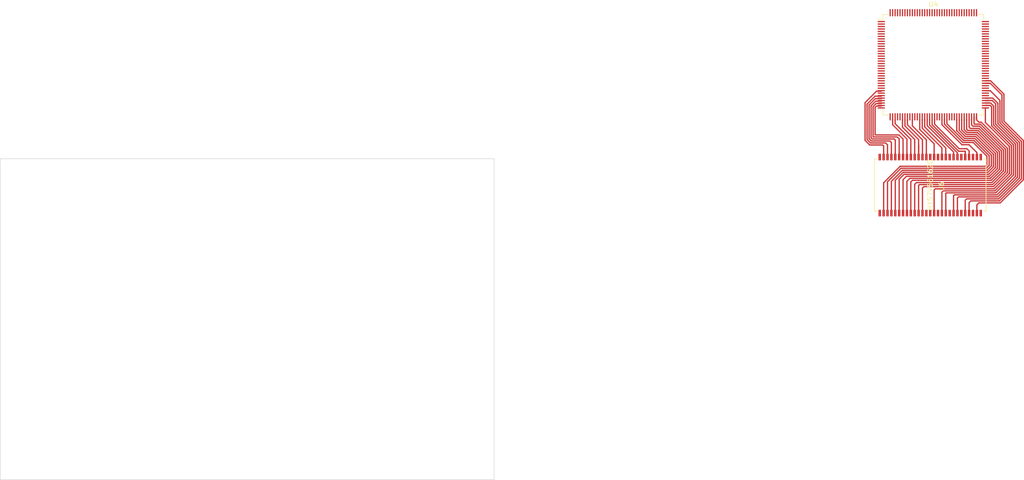
<source format=kicad_pcb>
(kicad_pcb (version 4) (host pcbnew 4.0.5+dfsg1-4)

  (general
    (links 94)
    (no_connects 61)
    (area 39.827999 70.053999 140.004001 135.178001)
    (thickness 1.6)
    (drawings 4)
    (tracks 279)
    (zones 0)
    (modules 2)
    (nets 104)
  )

  (page A4)
  (layers
    (0 F.Cu signal)
    (31 B.Cu signal)
    (34 B.Paste user)
    (35 F.Paste user)
    (36 B.SilkS user)
    (37 F.SilkS user)
    (38 B.Mask user)
    (39 F.Mask user)
    (44 Edge.Cuts user)
  )

  (setup
    (last_trace_width 0.254)
    (user_trace_width 0.254)
    (user_trace_width 0.508)
    (user_trace_width 1.27)
    (user_trace_width 2.54)
    (trace_clearance 0.1524)
    (zone_clearance 0.508)
    (zone_45_only no)
    (trace_min 0.1524)
    (segment_width 0.2)
    (edge_width 0.1)
    (via_size 0.6858)
    (via_drill 0.3302)
    (via_min_size 0.6858)
    (via_min_drill 0.3302)
    (uvia_size 0.6858)
    (uvia_drill 0.3302)
    (uvias_allowed no)
    (uvia_min_size 0)
    (uvia_min_drill 0)
    (pcb_text_width 0.3)
    (pcb_text_size 1.5 1.5)
    (mod_edge_width 0.15)
    (mod_text_size 1 1)
    (mod_text_width 0.15)
    (pad_size 0.508 1.143)
    (pad_drill 0)
    (pad_to_mask_clearance 0.0508)
    (aux_axis_origin 39.878 135.128)
    (visible_elements FFFFCFFF)
    (pcbplotparams
      (layerselection 0x010ec_80000001)
      (usegerberextensions false)
      (excludeedgelayer true)
      (linewidth 0.100000)
      (plotframeref false)
      (viasonmask false)
      (mode 1)
      (useauxorigin false)
      (hpglpennumber 1)
      (hpglpenspeed 20)
      (hpglpendiameter 15)
      (hpglpenoverlay 2)
      (psnegative false)
      (psa4output false)
      (plotreference true)
      (plotvalue true)
      (plotinvisibletext false)
      (padsonsilk false)
      (subtractmaskfromsilk false)
      (outputformat 1)
      (mirror false)
      (drillshape 0)
      (scaleselection 1)
      (outputdirectory ""))
  )

  (net 0 "")
  (net 1 GND)
  (net 2 VCC2p5)
  (net 3 VCC3p3)
  (net 4 VCC1p2)
  (net 5 "/FPGA IO Circuitry/SDRAM1")
  (net 6 "/FPGA IO Circuitry/SDRAM2")
  (net 7 "/FPGA IO Circuitry/SDRAM3")
  (net 8 "/FPGA IO Circuitry/SDRAM4")
  (net 9 "/FPGA IO Circuitry/SDRAM5")
  (net 10 "/FPGA IO Circuitry/SDRAM6")
  (net 11 "/FPGA IO Circuitry/SDRAM7")
  (net 12 "/FPGA IO Circuitry/SDRAM8")
  (net 13 "/FPGA IO Circuitry/SDRAM9")
  (net 14 "/FPGA IO Circuitry/SDRAM10")
  (net 15 "/FPGA IO Circuitry/SDRAM11")
  (net 16 "/FPGA IO Circuitry/SDRAM12")
  (net 17 "/FPGA IO Circuitry/SDRAM13")
  (net 18 "/FPGA IO Circuitry/SDRAM14")
  (net 19 "/FPGA IO Circuitry/SDRAM15")
  (net 20 "/FPGA IO Circuitry/SDRAM16")
  (net 21 "/FPGA IO Circuitry/SDRAM17")
  (net 22 "/FPGA IO Circuitry/SDRAM18")
  (net 23 "/FPGA IO Circuitry/SDRAM19")
  (net 24 "/FPGA IO Circuitry/SDRAM20")
  (net 25 "/FPGA IO Circuitry/SDRAM21")
  (net 26 "/FPGA IO Circuitry/SDRAM22")
  (net 27 "/FPGA IO Circuitry/SDRAM23")
  (net 28 "/FPGA IO Circuitry/SDRAM24")
  (net 29 "/FPGA IO Circuitry/SDRAM25")
  (net 30 "/FPGA IO Circuitry/SDRAM26")
  (net 31 "/FPGA IO Circuitry/SDRAM27")
  (net 32 "/FPGA IO Circuitry/SDRAM28")
  (net 33 "/FPGA IO Circuitry/SDRAM29")
  (net 34 "/FPGA IO Circuitry/SDRAM30")
  (net 35 "/FPGA IO Circuitry/SDRAM31")
  (net 36 "/FPGA IO Circuitry/SDRAM32")
  (net 37 "/FPGA IO Circuitry/SDRAM33")
  (net 38 "/FPGA IO Circuitry/SDRAM34")
  (net 39 "/FPGA IO Circuitry/SDRAM35")
  (net 40 "/FPGA IO Circuitry/SDRAM36")
  (net 41 "/FPGA IO Circuitry/SDRAM37")
  (net 42 "/FPGA IO Circuitry/SDRAM38")
  (net 43 "/FPGA IO Circuitry/SDRAM39")
  (net 44 "Net-(R10-Pad1)")
  (net 45 "/FPGA Configuration Circuitry/FLASH_MOSI")
  (net 46 "/FPGA Configuration Circuitry/FLASH_nCE")
  (net 47 "/FPGA Configuration Circuitry/FLASH_SCK")
  (net 48 "/FPGA Configuration Circuitry/FLASH_MISO")
  (net 49 "/FPGA Configuration Circuitry/JTAG_TDI")
  (net 50 "/FPGA Configuration Circuitry/JTAG_TMS")
  (net 51 "/FPGA Configuration Circuitry/JTAG_TDO")
  (net 52 "/FPGA Configuration Circuitry/JTAG_TCK")
  (net 53 "/FPGA Configuration Circuitry/F_CLK1")
  (net 54 "Net-(Q1-Pad1)")
  (net 55 "Net-(Q2-Pad1)")
  (net 56 "Net-(P1-Pad1)")
  (net 57 "Net-(P1-Pad2)")
  (net 58 "Net-(P1-Pad3)")
  (net 59 "Net-(P1-Pad4)")
  (net 60 F_CLK3)
  (net 61 "Net-(P1-Pad6)")
  (net 62 F_CLK2)
  (net 63 "Net-(P1-Pad5)")
  (net 64 PIN87)
  (net 65 PIN98)
  (net 66 PIN99)
  (net 67 PIN100)
  (net 68 PIN101)
  (net 69 PIN103)
  (net 70 PIN104)
  (net 71 PIN105)
  (net 72 PIN106)
  (net 73 PIN110)
  (net 74 PIN111)
  (net 75 PIN112)
  (net 76 PIN113)
  (net 77 PIN114)
  (net 78 PIN115)
  (net 79 PIN119)
  (net 80 PIN120)
  (net 81 PIN121)
  (net 82 PIN124)
  (net 83 PIN125)
  (net 84 PIN126)
  (net 85 PIN127)
  (net 86 PIN128)
  (net 87 PIN129)
  (net 88 PIN132)
  (net 89 PIN133)
  (net 90 PIN135)
  (net 91 PIN136)
  (net 92 PIN137)
  (net 93 PIN138)
  (net 94 PIN141)
  (net 95 PIN142)
  (net 96 PIN143)
  (net 97 PIN144)
  (net 98 F_CLK7)
  (net 99 F_CLK6)
  (net 100 F_CLK5)
  (net 101 F_CLK4)
  (net 102 PIN85)
  (net 103 "Net-(R21-Pad1)")

  (net_class Default "This is the default net class."
    (clearance 0.1524)
    (trace_width 0.1524)
    (via_dia 0.6858)
    (via_drill 0.3302)
    (uvia_dia 0.6858)
    (uvia_drill 0.3302)
    (add_net "/FPGA Configuration Circuitry/FLASH_MISO")
    (add_net "/FPGA Configuration Circuitry/FLASH_MOSI")
    (add_net "/FPGA Configuration Circuitry/FLASH_SCK")
    (add_net "/FPGA Configuration Circuitry/FLASH_nCE")
    (add_net "/FPGA Configuration Circuitry/F_CLK1")
    (add_net "/FPGA Configuration Circuitry/JTAG_TCK")
    (add_net "/FPGA Configuration Circuitry/JTAG_TDI")
    (add_net "/FPGA Configuration Circuitry/JTAG_TDO")
    (add_net "/FPGA Configuration Circuitry/JTAG_TMS")
    (add_net "/FPGA IO Circuitry/SDRAM1")
    (add_net "/FPGA IO Circuitry/SDRAM10")
    (add_net "/FPGA IO Circuitry/SDRAM11")
    (add_net "/FPGA IO Circuitry/SDRAM12")
    (add_net "/FPGA IO Circuitry/SDRAM13")
    (add_net "/FPGA IO Circuitry/SDRAM14")
    (add_net "/FPGA IO Circuitry/SDRAM15")
    (add_net "/FPGA IO Circuitry/SDRAM16")
    (add_net "/FPGA IO Circuitry/SDRAM17")
    (add_net "/FPGA IO Circuitry/SDRAM18")
    (add_net "/FPGA IO Circuitry/SDRAM19")
    (add_net "/FPGA IO Circuitry/SDRAM2")
    (add_net "/FPGA IO Circuitry/SDRAM20")
    (add_net "/FPGA IO Circuitry/SDRAM21")
    (add_net "/FPGA IO Circuitry/SDRAM22")
    (add_net "/FPGA IO Circuitry/SDRAM23")
    (add_net "/FPGA IO Circuitry/SDRAM24")
    (add_net "/FPGA IO Circuitry/SDRAM25")
    (add_net "/FPGA IO Circuitry/SDRAM26")
    (add_net "/FPGA IO Circuitry/SDRAM27")
    (add_net "/FPGA IO Circuitry/SDRAM28")
    (add_net "/FPGA IO Circuitry/SDRAM29")
    (add_net "/FPGA IO Circuitry/SDRAM3")
    (add_net "/FPGA IO Circuitry/SDRAM30")
    (add_net "/FPGA IO Circuitry/SDRAM31")
    (add_net "/FPGA IO Circuitry/SDRAM32")
    (add_net "/FPGA IO Circuitry/SDRAM33")
    (add_net "/FPGA IO Circuitry/SDRAM34")
    (add_net "/FPGA IO Circuitry/SDRAM35")
    (add_net "/FPGA IO Circuitry/SDRAM36")
    (add_net "/FPGA IO Circuitry/SDRAM37")
    (add_net "/FPGA IO Circuitry/SDRAM38")
    (add_net "/FPGA IO Circuitry/SDRAM39")
    (add_net "/FPGA IO Circuitry/SDRAM4")
    (add_net "/FPGA IO Circuitry/SDRAM5")
    (add_net "/FPGA IO Circuitry/SDRAM6")
    (add_net "/FPGA IO Circuitry/SDRAM7")
    (add_net "/FPGA IO Circuitry/SDRAM8")
    (add_net "/FPGA IO Circuitry/SDRAM9")
    (add_net F_CLK2)
    (add_net F_CLK3)
    (add_net F_CLK4)
    (add_net F_CLK5)
    (add_net F_CLK6)
    (add_net F_CLK7)
    (add_net GND)
    (add_net "Net-(P1-Pad1)")
    (add_net "Net-(P1-Pad2)")
    (add_net "Net-(P1-Pad3)")
    (add_net "Net-(P1-Pad4)")
    (add_net "Net-(P1-Pad5)")
    (add_net "Net-(P1-Pad6)")
    (add_net "Net-(Q1-Pad1)")
    (add_net "Net-(Q2-Pad1)")
    (add_net "Net-(R10-Pad1)")
    (add_net "Net-(R21-Pad1)")
    (add_net PIN100)
    (add_net PIN101)
    (add_net PIN103)
    (add_net PIN104)
    (add_net PIN105)
    (add_net PIN106)
    (add_net PIN110)
    (add_net PIN111)
    (add_net PIN112)
    (add_net PIN113)
    (add_net PIN114)
    (add_net PIN115)
    (add_net PIN119)
    (add_net PIN120)
    (add_net PIN121)
    (add_net PIN124)
    (add_net PIN125)
    (add_net PIN126)
    (add_net PIN127)
    (add_net PIN128)
    (add_net PIN129)
    (add_net PIN132)
    (add_net PIN133)
    (add_net PIN135)
    (add_net PIN136)
    (add_net PIN137)
    (add_net PIN138)
    (add_net PIN141)
    (add_net PIN142)
    (add_net PIN143)
    (add_net PIN144)
    (add_net PIN85)
    (add_net PIN87)
    (add_net PIN98)
    (add_net PIN99)
    (add_net VCC1p2)
    (add_net VCC2p5)
    (add_net VCC3p3)
  )

  (module Housings_QFP:TQFP-144_20x20mm_Pitch0.5mm (layer F.Cu) (tedit 54130A77) (tstamp 5DD82029)
    (at 228.972 51.054)
    (descr "P/PG-TQFP-144-2, -3, -7 (see MAXIM 21-0087.PDF and 90-0144.PDF)")
    (tags "QFP 0.5")
    (path /5B0E6195/5B0E2316)
    (attr smd)
    (fp_text reference U4 (at 0 -12.275) (layer F.SilkS)
      (effects (font (size 1 1) (thickness 0.15)))
    )
    (fp_text value EP4CE10E22C8N (at 0 12.275) (layer F.Fab)
      (effects (font (size 1 1) (thickness 0.15)))
    )
    (fp_text user %R (at 0 0) (layer F.Fab)
      (effects (font (size 1 1) (thickness 0.15)))
    )
    (fp_line (start -9 -10) (end 10 -10) (layer F.Fab) (width 0.15))
    (fp_line (start 10 -10) (end 10 10) (layer F.Fab) (width 0.15))
    (fp_line (start 10 10) (end -10 10) (layer F.Fab) (width 0.15))
    (fp_line (start -10 10) (end -10 -9) (layer F.Fab) (width 0.15))
    (fp_line (start -10 -9) (end -9 -10) (layer F.Fab) (width 0.15))
    (fp_line (start -11.55 -11.55) (end -11.55 11.55) (layer F.CrtYd) (width 0.05))
    (fp_line (start 11.55 -11.55) (end 11.55 11.55) (layer F.CrtYd) (width 0.05))
    (fp_line (start -11.55 -11.55) (end 11.55 -11.55) (layer F.CrtYd) (width 0.05))
    (fp_line (start -11.55 11.55) (end 11.55 11.55) (layer F.CrtYd) (width 0.05))
    (fp_line (start -10.175 -10.175) (end -10.175 -9.175) (layer F.SilkS) (width 0.15))
    (fp_line (start 10.175 -10.175) (end 10.175 -9.1) (layer F.SilkS) (width 0.15))
    (fp_line (start 10.175 10.175) (end 10.175 9.1) (layer F.SilkS) (width 0.15))
    (fp_line (start -10.175 10.175) (end -10.175 9.1) (layer F.SilkS) (width 0.15))
    (fp_line (start -10.175 -10.175) (end -9.1 -10.175) (layer F.SilkS) (width 0.15))
    (fp_line (start -10.175 10.175) (end -9.1 10.175) (layer F.SilkS) (width 0.15))
    (fp_line (start 10.175 10.175) (end 9.1 10.175) (layer F.SilkS) (width 0.15))
    (fp_line (start 10.175 -10.175) (end 9.1 -10.175) (layer F.SilkS) (width 0.15))
    (fp_line (start -10.175 -9.175) (end -11.275 -9.175) (layer F.SilkS) (width 0.15))
    (pad 1 smd rect (at -10.55 -8.75) (size 1.45 0.25) (layers F.Cu F.Paste F.Mask)
      (net 63 "Net-(P1-Pad5)"))
    (pad 2 smd rect (at -10.55 -8.25) (size 1.45 0.25) (layers F.Cu F.Paste F.Mask)
      (net 58 "Net-(P1-Pad3)"))
    (pad 3 smd rect (at -10.55 -7.75) (size 1.45 0.25) (layers F.Cu F.Paste F.Mask)
      (net 56 "Net-(P1-Pad1)"))
    (pad 4 smd rect (at -10.55 -7.25) (size 1.45 0.25) (layers F.Cu F.Paste F.Mask)
      (net 1 GND))
    (pad 5 smd rect (at -10.55 -6.75) (size 1.45 0.25) (layers F.Cu F.Paste F.Mask)
      (net 4 VCC1p2))
    (pad 6 smd rect (at -10.55 -6.25) (size 1.45 0.25) (layers F.Cu F.Paste F.Mask)
      (net 45 "/FPGA Configuration Circuitry/FLASH_MOSI"))
    (pad 7 smd rect (at -10.55 -5.75) (size 1.45 0.25) (layers F.Cu F.Paste F.Mask)
      (net 61 "Net-(P1-Pad6)"))
    (pad 8 smd rect (at -10.55 -5.25) (size 1.45 0.25) (layers F.Cu F.Paste F.Mask)
      (net 46 "/FPGA Configuration Circuitry/FLASH_nCE"))
    (pad 9 smd rect (at -10.55 -4.75) (size 1.45 0.25) (layers F.Cu F.Paste F.Mask)
      (net 54 "Net-(Q1-Pad1)"))
    (pad 10 smd rect (at -10.55 -4.25) (size 1.45 0.25) (layers F.Cu F.Paste F.Mask)
      (net 57 "Net-(P1-Pad2)"))
    (pad 11 smd rect (at -10.55 -3.75) (size 1.45 0.25) (layers F.Cu F.Paste F.Mask)
      (net 59 "Net-(P1-Pad4)"))
    (pad 12 smd rect (at -10.55 -3.25) (size 1.45 0.25) (layers F.Cu F.Paste F.Mask)
      (net 47 "/FPGA Configuration Circuitry/FLASH_SCK"))
    (pad 13 smd rect (at -10.55 -2.75) (size 1.45 0.25) (layers F.Cu F.Paste F.Mask)
      (net 48 "/FPGA Configuration Circuitry/FLASH_MISO"))
    (pad 14 smd rect (at -10.55 -2.25) (size 1.45 0.25) (layers F.Cu F.Paste F.Mask)
      (net 44 "Net-(R10-Pad1)"))
    (pad 15 smd rect (at -10.55 -1.75) (size 1.45 0.25) (layers F.Cu F.Paste F.Mask)
      (net 49 "/FPGA Configuration Circuitry/JTAG_TDI"))
    (pad 16 smd rect (at -10.55 -1.25) (size 1.45 0.25) (layers F.Cu F.Paste F.Mask)
      (net 52 "/FPGA Configuration Circuitry/JTAG_TCK"))
    (pad 17 smd rect (at -10.55 -0.75) (size 1.45 0.25) (layers F.Cu F.Paste F.Mask)
      (net 3 VCC3p3))
    (pad 18 smd rect (at -10.55 -0.25) (size 1.45 0.25) (layers F.Cu F.Paste F.Mask)
      (net 50 "/FPGA Configuration Circuitry/JTAG_TMS"))
    (pad 19 smd rect (at -10.55 0.25) (size 1.45 0.25) (layers F.Cu F.Paste F.Mask)
      (net 1 GND))
    (pad 20 smd rect (at -10.55 0.75) (size 1.45 0.25) (layers F.Cu F.Paste F.Mask)
      (net 51 "/FPGA Configuration Circuitry/JTAG_TDO"))
    (pad 21 smd rect (at -10.55 1.25) (size 1.45 0.25) (layers F.Cu F.Paste F.Mask)
      (net 1 GND))
    (pad 22 smd rect (at -10.55 1.75) (size 1.45 0.25) (layers F.Cu F.Paste F.Mask)
      (net 1 GND))
    (pad 23 smd rect (at -10.55 2.25) (size 1.45 0.25) (layers F.Cu F.Paste F.Mask)
      (net 53 "/FPGA Configuration Circuitry/F_CLK1"))
    (pad 24 smd rect (at -10.55 2.75) (size 1.45 0.25) (layers F.Cu F.Paste F.Mask)
      (net 62 F_CLK2))
    (pad 25 smd rect (at -10.55 3.25) (size 1.45 0.25) (layers F.Cu F.Paste F.Mask)
      (net 60 F_CLK3))
    (pad 26 smd rect (at -10.55 3.75) (size 1.45 0.25) (layers F.Cu F.Paste F.Mask)
      (net 3 VCC3p3))
    (pad 27 smd rect (at -10.55 4.25) (size 1.45 0.25) (layers F.Cu F.Paste F.Mask)
      (net 1 GND))
    (pad 28 smd rect (at -10.55 4.75) (size 1.45 0.25) (layers F.Cu F.Paste F.Mask)
      (net 5 "/FPGA IO Circuitry/SDRAM1"))
    (pad 29 smd rect (at -10.55 5.25) (size 1.45 0.25) (layers F.Cu F.Paste F.Mask)
      (net 4 VCC1p2))
    (pad 30 smd rect (at -10.55 5.75) (size 1.45 0.25) (layers F.Cu F.Paste F.Mask)
      (net 6 "/FPGA IO Circuitry/SDRAM2"))
    (pad 31 smd rect (at -10.55 6.25) (size 1.45 0.25) (layers F.Cu F.Paste F.Mask)
      (net 7 "/FPGA IO Circuitry/SDRAM3"))
    (pad 32 smd rect (at -10.55 6.75) (size 1.45 0.25) (layers F.Cu F.Paste F.Mask)
      (net 8 "/FPGA IO Circuitry/SDRAM4"))
    (pad 33 smd rect (at -10.55 7.25) (size 1.45 0.25) (layers F.Cu F.Paste F.Mask)
      (net 9 "/FPGA IO Circuitry/SDRAM5"))
    (pad 34 smd rect (at -10.55 7.75) (size 1.45 0.25) (layers F.Cu F.Paste F.Mask)
      (net 10 "/FPGA IO Circuitry/SDRAM6"))
    (pad 35 smd rect (at -10.55 8.25) (size 1.45 0.25) (layers F.Cu F.Paste F.Mask)
      (net 2 VCC2p5))
    (pad 36 smd rect (at -10.55 8.75) (size 1.45 0.25) (layers F.Cu F.Paste F.Mask)
      (net 1 GND))
    (pad 37 smd rect (at -8.75 10.55 90) (size 1.45 0.25) (layers F.Cu F.Paste F.Mask)
      (net 4 VCC1p2))
    (pad 38 smd rect (at -8.25 10.55 90) (size 1.45 0.25) (layers F.Cu F.Paste F.Mask)
      (net 11 "/FPGA IO Circuitry/SDRAM7"))
    (pad 39 smd rect (at -7.75 10.55 90) (size 1.45 0.25) (layers F.Cu F.Paste F.Mask)
      (net 12 "/FPGA IO Circuitry/SDRAM8"))
    (pad 40 smd rect (at -7.25 10.55 90) (size 1.45 0.25) (layers F.Cu F.Paste F.Mask)
      (net 3 VCC3p3))
    (pad 41 smd rect (at -6.75 10.55 90) (size 1.45 0.25) (layers F.Cu F.Paste F.Mask)
      (net 1 GND))
    (pad 42 smd rect (at -6.25 10.55 90) (size 1.45 0.25) (layers F.Cu F.Paste F.Mask)
      (net 13 "/FPGA IO Circuitry/SDRAM9"))
    (pad 43 smd rect (at -5.75 10.55 90) (size 1.45 0.25) (layers F.Cu F.Paste F.Mask)
      (net 14 "/FPGA IO Circuitry/SDRAM10"))
    (pad 44 smd rect (at -5.25 10.55 90) (size 1.45 0.25) (layers F.Cu F.Paste F.Mask)
      (net 15 "/FPGA IO Circuitry/SDRAM11"))
    (pad 45 smd rect (at -4.75 10.55 90) (size 1.45 0.25) (layers F.Cu F.Paste F.Mask)
      (net 4 VCC1p2))
    (pad 46 smd rect (at -4.25 10.55 90) (size 1.45 0.25) (layers F.Cu F.Paste F.Mask)
      (net 16 "/FPGA IO Circuitry/SDRAM12"))
    (pad 47 smd rect (at -3.75 10.55 90) (size 1.45 0.25) (layers F.Cu F.Paste F.Mask)
      (net 3 VCC3p3))
    (pad 48 smd rect (at -3.25 10.55 90) (size 1.45 0.25) (layers F.Cu F.Paste F.Mask)
      (net 1 GND))
    (pad 49 smd rect (at -2.75 10.55 90) (size 1.45 0.25) (layers F.Cu F.Paste F.Mask)
      (net 17 "/FPGA IO Circuitry/SDRAM13"))
    (pad 50 smd rect (at -2.25 10.55 90) (size 1.45 0.25) (layers F.Cu F.Paste F.Mask)
      (net 18 "/FPGA IO Circuitry/SDRAM14"))
    (pad 51 smd rect (at -1.75 10.55 90) (size 1.45 0.25) (layers F.Cu F.Paste F.Mask)
      (net 19 "/FPGA IO Circuitry/SDRAM15"))
    (pad 52 smd rect (at -1.25 10.55 90) (size 1.45 0.25) (layers F.Cu F.Paste F.Mask)
      (net 20 "/FPGA IO Circuitry/SDRAM16"))
    (pad 53 smd rect (at -0.75 10.55 90) (size 1.45 0.25) (layers F.Cu F.Paste F.Mask)
      (net 21 "/FPGA IO Circuitry/SDRAM17"))
    (pad 54 smd rect (at -0.25 10.55 90) (size 1.45 0.25) (layers F.Cu F.Paste F.Mask)
      (net 22 "/FPGA IO Circuitry/SDRAM18"))
    (pad 55 smd rect (at 0.25 10.55 90) (size 1.45 0.25) (layers F.Cu F.Paste F.Mask)
      (net 23 "/FPGA IO Circuitry/SDRAM19"))
    (pad 56 smd rect (at 0.75 10.55 90) (size 1.45 0.25) (layers F.Cu F.Paste F.Mask)
      (net 3 VCC3p3))
    (pad 57 smd rect (at 1.25 10.55 90) (size 1.45 0.25) (layers F.Cu F.Paste F.Mask)
      (net 1 GND))
    (pad 58 smd rect (at 1.75 10.55 90) (size 1.45 0.25) (layers F.Cu F.Paste F.Mask)
      (net 24 "/FPGA IO Circuitry/SDRAM20"))
    (pad 59 smd rect (at 2.25 10.55 90) (size 1.45 0.25) (layers F.Cu F.Paste F.Mask)
      (net 25 "/FPGA IO Circuitry/SDRAM21"))
    (pad 60 smd rect (at 2.75 10.55 90) (size 1.45 0.25) (layers F.Cu F.Paste F.Mask)
      (net 26 "/FPGA IO Circuitry/SDRAM22"))
    (pad 61 smd rect (at 3.25 10.55 90) (size 1.45 0.25) (layers F.Cu F.Paste F.Mask)
      (net 4 VCC1p2))
    (pad 62 smd rect (at 3.75 10.55 90) (size 1.45 0.25) (layers F.Cu F.Paste F.Mask)
      (net 3 VCC3p3))
    (pad 63 smd rect (at 4.25 10.55 90) (size 1.45 0.25) (layers F.Cu F.Paste F.Mask)
      (net 1 GND))
    (pad 64 smd rect (at 4.75 10.55 90) (size 1.45 0.25) (layers F.Cu F.Paste F.Mask)
      (net 27 "/FPGA IO Circuitry/SDRAM23"))
    (pad 65 smd rect (at 5.25 10.55 90) (size 1.45 0.25) (layers F.Cu F.Paste F.Mask)
      (net 28 "/FPGA IO Circuitry/SDRAM24"))
    (pad 66 smd rect (at 5.75 10.55 90) (size 1.45 0.25) (layers F.Cu F.Paste F.Mask)
      (net 29 "/FPGA IO Circuitry/SDRAM25"))
    (pad 67 smd rect (at 6.25 10.55 90) (size 1.45 0.25) (layers F.Cu F.Paste F.Mask)
      (net 30 "/FPGA IO Circuitry/SDRAM26"))
    (pad 68 smd rect (at 6.75 10.55 90) (size 1.45 0.25) (layers F.Cu F.Paste F.Mask)
      (net 31 "/FPGA IO Circuitry/SDRAM27"))
    (pad 69 smd rect (at 7.25 10.55 90) (size 1.45 0.25) (layers F.Cu F.Paste F.Mask)
      (net 32 "/FPGA IO Circuitry/SDRAM28"))
    (pad 70 smd rect (at 7.75 10.55 90) (size 1.45 0.25) (layers F.Cu F.Paste F.Mask)
      (net 33 "/FPGA IO Circuitry/SDRAM29"))
    (pad 71 smd rect (at 8.25 10.55 90) (size 1.45 0.25) (layers F.Cu F.Paste F.Mask)
      (net 34 "/FPGA IO Circuitry/SDRAM30"))
    (pad 72 smd rect (at 8.75 10.55 90) (size 1.45 0.25) (layers F.Cu F.Paste F.Mask)
      (net 35 "/FPGA IO Circuitry/SDRAM31"))
    (pad 73 smd rect (at 10.55 8.75) (size 1.45 0.25) (layers F.Cu F.Paste F.Mask)
      (net 36 "/FPGA IO Circuitry/SDRAM32"))
    (pad 74 smd rect (at 10.55 8.25) (size 1.45 0.25) (layers F.Cu F.Paste F.Mask)
      (net 37 "/FPGA IO Circuitry/SDRAM33"))
    (pad 75 smd rect (at 10.55 7.75) (size 1.45 0.25) (layers F.Cu F.Paste F.Mask)
      (net 38 "/FPGA IO Circuitry/SDRAM34"))
    (pad 76 smd rect (at 10.55 7.25) (size 1.45 0.25) (layers F.Cu F.Paste F.Mask)
      (net 39 "/FPGA IO Circuitry/SDRAM35"))
    (pad 77 smd rect (at 10.55 6.75) (size 1.45 0.25) (layers F.Cu F.Paste F.Mask)
      (net 40 "/FPGA IO Circuitry/SDRAM36"))
    (pad 78 smd rect (at 10.55 6.25) (size 1.45 0.25) (layers F.Cu F.Paste F.Mask)
      (net 4 VCC1p2))
    (pad 79 smd rect (at 10.55 5.75) (size 1.45 0.25) (layers F.Cu F.Paste F.Mask)
      (net 1 GND))
    (pad 80 smd rect (at 10.55 5.25) (size 1.45 0.25) (layers F.Cu F.Paste F.Mask)
      (net 41 "/FPGA IO Circuitry/SDRAM37"))
    (pad 81 smd rect (at 10.55 4.75) (size 1.45 0.25) (layers F.Cu F.Paste F.Mask)
      (net 3 VCC3p3))
    (pad 82 smd rect (at 10.55 4.25) (size 1.45 0.25) (layers F.Cu F.Paste F.Mask)
      (net 1 GND))
    (pad 83 smd rect (at 10.55 3.75) (size 1.45 0.25) (layers F.Cu F.Paste F.Mask)
      (net 42 "/FPGA IO Circuitry/SDRAM38"))
    (pad 84 smd rect (at 10.55 3.25) (size 1.45 0.25) (layers F.Cu F.Paste F.Mask)
      (net 43 "/FPGA IO Circuitry/SDRAM39"))
    (pad 85 smd rect (at 10.55 2.75) (size 1.45 0.25) (layers F.Cu F.Paste F.Mask)
      (net 102 PIN85))
    (pad 86 smd rect (at 10.55 2.25) (size 1.45 0.25) (layers F.Cu F.Paste F.Mask)
      (net 103 "Net-(R21-Pad1)"))
    (pad 87 smd rect (at 10.55 1.75) (size 1.45 0.25) (layers F.Cu F.Paste F.Mask)
      (net 64 PIN87))
    (pad 88 smd rect (at 10.55 1.25) (size 1.45 0.25) (layers F.Cu F.Paste F.Mask)
      (net 98 F_CLK7))
    (pad 89 smd rect (at 10.55 0.75) (size 1.45 0.25) (layers F.Cu F.Paste F.Mask)
      (net 99 F_CLK6))
    (pad 90 smd rect (at 10.55 0.25) (size 1.45 0.25) (layers F.Cu F.Paste F.Mask)
      (net 100 F_CLK5))
    (pad 91 smd rect (at 10.55 -0.25) (size 1.45 0.25) (layers F.Cu F.Paste F.Mask)
      (net 101 F_CLK4))
    (pad 92 smd rect (at 10.55 -0.75) (size 1.45 0.25) (layers F.Cu F.Paste F.Mask)
      (net 55 "Net-(Q2-Pad1)"))
    (pad 93 smd rect (at 10.55 -1.25) (size 1.45 0.25) (layers F.Cu F.Paste F.Mask)
      (net 3 VCC3p3))
    (pad 94 smd rect (at 10.55 -1.75) (size 1.45 0.25) (layers F.Cu F.Paste F.Mask)
      (net 1 GND))
    (pad 95 smd rect (at 10.55 -2.25) (size 1.45 0.25) (layers F.Cu F.Paste F.Mask)
      (net 1 GND))
    (pad 96 smd rect (at 10.55 -2.75) (size 1.45 0.25) (layers F.Cu F.Paste F.Mask)
      (net 2 VCC2p5))
    (pad 97 smd rect (at 10.55 -3.25) (size 1.45 0.25) (layers F.Cu F.Paste F.Mask)
      (net 1 GND))
    (pad 98 smd rect (at 10.55 -3.75) (size 1.45 0.25) (layers F.Cu F.Paste F.Mask)
      (net 65 PIN98))
    (pad 99 smd rect (at 10.55 -4.25) (size 1.45 0.25) (layers F.Cu F.Paste F.Mask)
      (net 66 PIN99))
    (pad 100 smd rect (at 10.55 -4.75) (size 1.45 0.25) (layers F.Cu F.Paste F.Mask)
      (net 67 PIN100))
    (pad 101 smd rect (at 10.55 -5.25) (size 1.45 0.25) (layers F.Cu F.Paste F.Mask)
      (net 68 PIN101))
    (pad 102 smd rect (at 10.55 -5.75) (size 1.45 0.25) (layers F.Cu F.Paste F.Mask)
      (net 4 VCC1p2))
    (pad 103 smd rect (at 10.55 -6.25) (size 1.45 0.25) (layers F.Cu F.Paste F.Mask)
      (net 69 PIN103))
    (pad 104 smd rect (at 10.55 -6.75) (size 1.45 0.25) (layers F.Cu F.Paste F.Mask)
      (net 70 PIN104))
    (pad 105 smd rect (at 10.55 -7.25) (size 1.45 0.25) (layers F.Cu F.Paste F.Mask)
      (net 71 PIN105))
    (pad 106 smd rect (at 10.55 -7.75) (size 1.45 0.25) (layers F.Cu F.Paste F.Mask)
      (net 72 PIN106))
    (pad 107 smd rect (at 10.55 -8.25) (size 1.45 0.25) (layers F.Cu F.Paste F.Mask)
      (net 2 VCC2p5))
    (pad 108 smd rect (at 10.55 -8.75) (size 1.45 0.25) (layers F.Cu F.Paste F.Mask)
      (net 1 GND))
    (pad 109 smd rect (at 8.75 -10.55 90) (size 1.45 0.25) (layers F.Cu F.Paste F.Mask)
      (net 4 VCC1p2))
    (pad 110 smd rect (at 8.25 -10.55 90) (size 1.45 0.25) (layers F.Cu F.Paste F.Mask)
      (net 73 PIN110))
    (pad 111 smd rect (at 7.75 -10.55 90) (size 1.45 0.25) (layers F.Cu F.Paste F.Mask)
      (net 74 PIN111))
    (pad 112 smd rect (at 7.25 -10.55 90) (size 1.45 0.25) (layers F.Cu F.Paste F.Mask)
      (net 75 PIN112))
    (pad 113 smd rect (at 6.75 -10.55 90) (size 1.45 0.25) (layers F.Cu F.Paste F.Mask)
      (net 76 PIN113))
    (pad 114 smd rect (at 6.25 -10.55 90) (size 1.45 0.25) (layers F.Cu F.Paste F.Mask)
      (net 77 PIN114))
    (pad 115 smd rect (at 5.75 -10.55 90) (size 1.45 0.25) (layers F.Cu F.Paste F.Mask)
      (net 78 PIN115))
    (pad 116 smd rect (at 5.25 -10.55 90) (size 1.45 0.25) (layers F.Cu F.Paste F.Mask)
      (net 4 VCC1p2))
    (pad 117 smd rect (at 4.75 -10.55 90) (size 1.45 0.25) (layers F.Cu F.Paste F.Mask)
      (net 3 VCC3p3))
    (pad 118 smd rect (at 4.25 -10.55 90) (size 1.45 0.25) (layers F.Cu F.Paste F.Mask)
      (net 1 GND))
    (pad 119 smd rect (at 3.75 -10.55 90) (size 1.45 0.25) (layers F.Cu F.Paste F.Mask)
      (net 79 PIN119))
    (pad 120 smd rect (at 3.25 -10.55 90) (size 1.45 0.25) (layers F.Cu F.Paste F.Mask)
      (net 80 PIN120))
    (pad 121 smd rect (at 2.75 -10.55 90) (size 1.45 0.25) (layers F.Cu F.Paste F.Mask)
      (net 81 PIN121))
    (pad 122 smd rect (at 2.25 -10.55 90) (size 1.45 0.25) (layers F.Cu F.Paste F.Mask)
      (net 3 VCC3p3))
    (pad 123 smd rect (at 1.75 -10.55 90) (size 1.45 0.25) (layers F.Cu F.Paste F.Mask)
      (net 1 GND))
    (pad 124 smd rect (at 1.25 -10.55 90) (size 1.45 0.25) (layers F.Cu F.Paste F.Mask)
      (net 82 PIN124))
    (pad 125 smd rect (at 0.75 -10.55 90) (size 1.45 0.25) (layers F.Cu F.Paste F.Mask)
      (net 83 PIN125))
    (pad 126 smd rect (at 0.25 -10.55 90) (size 1.45 0.25) (layers F.Cu F.Paste F.Mask)
      (net 84 PIN126))
    (pad 127 smd rect (at -0.25 -10.55 90) (size 1.45 0.25) (layers F.Cu F.Paste F.Mask)
      (net 85 PIN127))
    (pad 128 smd rect (at -0.75 -10.55 90) (size 1.45 0.25) (layers F.Cu F.Paste F.Mask)
      (net 86 PIN128))
    (pad 129 smd rect (at -1.25 -10.55 90) (size 1.45 0.25) (layers F.Cu F.Paste F.Mask)
      (net 87 PIN129))
    (pad 130 smd rect (at -1.75 -10.55 90) (size 1.45 0.25) (layers F.Cu F.Paste F.Mask)
      (net 3 VCC3p3))
    (pad 131 smd rect (at -2.25 -10.55 90) (size 1.45 0.25) (layers F.Cu F.Paste F.Mask)
      (net 1 GND))
    (pad 132 smd rect (at -2.75 -10.55 90) (size 1.45 0.25) (layers F.Cu F.Paste F.Mask)
      (net 88 PIN132))
    (pad 133 smd rect (at -3.25 -10.55 90) (size 1.45 0.25) (layers F.Cu F.Paste F.Mask)
      (net 89 PIN133))
    (pad 134 smd rect (at -3.75 -10.55 90) (size 1.45 0.25) (layers F.Cu F.Paste F.Mask)
      (net 4 VCC1p2))
    (pad 135 smd rect (at -4.25 -10.55 90) (size 1.45 0.25) (layers F.Cu F.Paste F.Mask)
      (net 90 PIN135))
    (pad 136 smd rect (at -4.75 -10.55 90) (size 1.45 0.25) (layers F.Cu F.Paste F.Mask)
      (net 91 PIN136))
    (pad 137 smd rect (at -5.25 -10.55 90) (size 1.45 0.25) (layers F.Cu F.Paste F.Mask)
      (net 92 PIN137))
    (pad 138 smd rect (at -5.75 -10.55 90) (size 1.45 0.25) (layers F.Cu F.Paste F.Mask)
      (net 93 PIN138))
    (pad 139 smd rect (at -6.25 -10.55 90) (size 1.45 0.25) (layers F.Cu F.Paste F.Mask)
      (net 3 VCC3p3))
    (pad 140 smd rect (at -6.75 -10.55 90) (size 1.45 0.25) (layers F.Cu F.Paste F.Mask)
      (net 1 GND))
    (pad 141 smd rect (at -7.25 -10.55 90) (size 1.45 0.25) (layers F.Cu F.Paste F.Mask)
      (net 94 PIN141))
    (pad 142 smd rect (at -7.75 -10.55 90) (size 1.45 0.25) (layers F.Cu F.Paste F.Mask)
      (net 95 PIN142))
    (pad 143 smd rect (at -8.25 -10.55 90) (size 1.45 0.25) (layers F.Cu F.Paste F.Mask)
      (net 96 PIN143))
    (pad 144 smd rect (at -8.75 -10.55 90) (size 1.45 0.25) (layers F.Cu F.Paste F.Mask)
      (net 97 PIN144))
    (model Housings_QFP.3dshapes/TQFP-144_20x20mm_Pitch0.5mm.wrl
      (at (xyz 0 0 0))
      (scale (xyz 1 1 1))
      (rotate (xyz 0 0 0))
    )
  )

  (module footprints:WIN_TSOP-54 (layer F.Cu) (tedit 0) (tstamp 5DD82146)
    (at 228.346 75.438 270)
    (path /5B0E662C/5B0ECEF7)
    (fp_text reference U6 (at 0.254 -2.286 270) (layer F.SilkS)
      (effects (font (size 1 1) (thickness 0.15)))
    )
    (fp_text value HY57V561620 (at 0 0 270) (layer F.SilkS)
      (effects (font (size 1 1) (thickness 0.15)))
    )
    (fp_line (start -5.1435 -10.0076) (end -5.1435 -10.4648) (layer Dwgs.User) (width 0.1524))
    (fp_line (start -5.1435 -10.4648) (end -5.9817 -10.4648) (layer Dwgs.User) (width 0.1524))
    (fp_line (start -5.9817 -10.4648) (end -5.9817 -10.0076) (layer Dwgs.User) (width 0.1524))
    (fp_line (start -5.9817 -10.0076) (end -5.1435 -10.0076) (layer Dwgs.User) (width 0.1524))
    (fp_line (start -5.1435 -9.2202) (end -5.1435 -9.6774) (layer Dwgs.User) (width 0.1524))
    (fp_line (start -5.1435 -9.6774) (end -5.9817 -9.6774) (layer Dwgs.User) (width 0.1524))
    (fp_line (start -5.9817 -9.6774) (end -5.9817 -9.2202) (layer Dwgs.User) (width 0.1524))
    (fp_line (start -5.9817 -9.2202) (end -5.1435 -9.2202) (layer Dwgs.User) (width 0.1524))
    (fp_line (start -5.1435 -8.4328) (end -5.1435 -8.89) (layer Dwgs.User) (width 0.1524))
    (fp_line (start -5.1435 -8.89) (end -5.9817 -8.89) (layer Dwgs.User) (width 0.1524))
    (fp_line (start -5.9817 -8.89) (end -5.9817 -8.4328) (layer Dwgs.User) (width 0.1524))
    (fp_line (start -5.9817 -8.4328) (end -5.1435 -8.4328) (layer Dwgs.User) (width 0.1524))
    (fp_line (start -5.1435 -7.6454) (end -5.1435 -8.1026) (layer Dwgs.User) (width 0.1524))
    (fp_line (start -5.1435 -8.1026) (end -5.9817 -8.1026) (layer Dwgs.User) (width 0.1524))
    (fp_line (start -5.9817 -8.1026) (end -5.9817 -7.6454) (layer Dwgs.User) (width 0.1524))
    (fp_line (start -5.9817 -7.6454) (end -5.1435 -7.6454) (layer Dwgs.User) (width 0.1524))
    (fp_line (start -5.1435 -6.858) (end -5.1435 -7.3152) (layer Dwgs.User) (width 0.1524))
    (fp_line (start -5.1435 -7.3152) (end -5.9817 -7.3152) (layer Dwgs.User) (width 0.1524))
    (fp_line (start -5.9817 -7.3152) (end -5.9817 -6.858) (layer Dwgs.User) (width 0.1524))
    (fp_line (start -5.9817 -6.858) (end -5.1435 -6.858) (layer Dwgs.User) (width 0.1524))
    (fp_line (start -5.1435 -6.0706) (end -5.1435 -6.5278) (layer Dwgs.User) (width 0.1524))
    (fp_line (start -5.1435 -6.5278) (end -5.9817 -6.5278) (layer Dwgs.User) (width 0.1524))
    (fp_line (start -5.9817 -6.5278) (end -5.9817 -6.0706) (layer Dwgs.User) (width 0.1524))
    (fp_line (start -5.9817 -6.0706) (end -5.1435 -6.0706) (layer Dwgs.User) (width 0.1524))
    (fp_line (start -5.1435 -5.2832) (end -5.1435 -5.7404) (layer Dwgs.User) (width 0.1524))
    (fp_line (start -5.1435 -5.7404) (end -5.9817 -5.7404) (layer Dwgs.User) (width 0.1524))
    (fp_line (start -5.9817 -5.7404) (end -5.9817 -5.2832) (layer Dwgs.User) (width 0.1524))
    (fp_line (start -5.9817 -5.2832) (end -5.1435 -5.2832) (layer Dwgs.User) (width 0.1524))
    (fp_line (start -5.1435 -4.4958) (end -5.1435 -4.953) (layer Dwgs.User) (width 0.1524))
    (fp_line (start -5.1435 -4.953) (end -5.9817 -4.953) (layer Dwgs.User) (width 0.1524))
    (fp_line (start -5.9817 -4.953) (end -5.9817 -4.4958) (layer Dwgs.User) (width 0.1524))
    (fp_line (start -5.9817 -4.4958) (end -5.1435 -4.4958) (layer Dwgs.User) (width 0.1524))
    (fp_line (start -5.1435 -3.7084) (end -5.1435 -4.1656) (layer Dwgs.User) (width 0.1524))
    (fp_line (start -5.1435 -4.1656) (end -5.9817 -4.1656) (layer Dwgs.User) (width 0.1524))
    (fp_line (start -5.9817 -4.1656) (end -5.9817 -3.7084) (layer Dwgs.User) (width 0.1524))
    (fp_line (start -5.9817 -3.7084) (end -5.1435 -3.7084) (layer Dwgs.User) (width 0.1524))
    (fp_line (start -5.1435 -2.921) (end -5.1435 -3.3782) (layer Dwgs.User) (width 0.1524))
    (fp_line (start -5.1435 -3.3782) (end -5.9817 -3.3782) (layer Dwgs.User) (width 0.1524))
    (fp_line (start -5.9817 -3.3782) (end -5.9817 -2.921) (layer Dwgs.User) (width 0.1524))
    (fp_line (start -5.9817 -2.921) (end -5.1435 -2.921) (layer Dwgs.User) (width 0.1524))
    (fp_line (start -5.1435 -2.1336) (end -5.1435 -2.5908) (layer Dwgs.User) (width 0.1524))
    (fp_line (start -5.1435 -2.5908) (end -5.9817 -2.5908) (layer Dwgs.User) (width 0.1524))
    (fp_line (start -5.9817 -2.5908) (end -5.9817 -2.1336) (layer Dwgs.User) (width 0.1524))
    (fp_line (start -5.9817 -2.1336) (end -5.1435 -2.1336) (layer Dwgs.User) (width 0.1524))
    (fp_line (start -5.1435 -1.3462) (end -5.1435 -1.8034) (layer Dwgs.User) (width 0.1524))
    (fp_line (start -5.1435 -1.8034) (end -5.9817 -1.8034) (layer Dwgs.User) (width 0.1524))
    (fp_line (start -5.9817 -1.8034) (end -5.9817 -1.3462) (layer Dwgs.User) (width 0.1524))
    (fp_line (start -5.9817 -1.3462) (end -5.1435 -1.3462) (layer Dwgs.User) (width 0.1524))
    (fp_line (start -5.1435 -0.5588) (end -5.1435 -1.016) (layer Dwgs.User) (width 0.1524))
    (fp_line (start -5.1435 -1.016) (end -5.9817 -1.016) (layer Dwgs.User) (width 0.1524))
    (fp_line (start -5.9817 -1.016) (end -5.9817 -0.5588) (layer Dwgs.User) (width 0.1524))
    (fp_line (start -5.9817 -0.5588) (end -5.1435 -0.5588) (layer Dwgs.User) (width 0.1524))
    (fp_line (start -5.1435 0.2286) (end -5.1435 -0.2286) (layer Dwgs.User) (width 0.1524))
    (fp_line (start -5.1435 -0.2286) (end -5.9817 -0.2286) (layer Dwgs.User) (width 0.1524))
    (fp_line (start -5.9817 -0.2286) (end -5.9817 0.2286) (layer Dwgs.User) (width 0.1524))
    (fp_line (start -5.9817 0.2286) (end -5.1435 0.2286) (layer Dwgs.User) (width 0.1524))
    (fp_line (start -5.1435 1.016) (end -5.1435 0.5588) (layer Dwgs.User) (width 0.1524))
    (fp_line (start -5.1435 0.5588) (end -5.9817 0.5588) (layer Dwgs.User) (width 0.1524))
    (fp_line (start -5.9817 0.5588) (end -5.9817 1.016) (layer Dwgs.User) (width 0.1524))
    (fp_line (start -5.9817 1.016) (end -5.1435 1.016) (layer Dwgs.User) (width 0.1524))
    (fp_line (start -5.1435 1.8034) (end -5.1435 1.3462) (layer Dwgs.User) (width 0.1524))
    (fp_line (start -5.1435 1.3462) (end -5.9817 1.3462) (layer Dwgs.User) (width 0.1524))
    (fp_line (start -5.9817 1.3462) (end -5.9817 1.8034) (layer Dwgs.User) (width 0.1524))
    (fp_line (start -5.9817 1.8034) (end -5.1435 1.8034) (layer Dwgs.User) (width 0.1524))
    (fp_line (start -5.1435 2.5908) (end -5.1435 2.1336) (layer Dwgs.User) (width 0.1524))
    (fp_line (start -5.1435 2.1336) (end -5.9817 2.1336) (layer Dwgs.User) (width 0.1524))
    (fp_line (start -5.9817 2.1336) (end -5.9817 2.5908) (layer Dwgs.User) (width 0.1524))
    (fp_line (start -5.9817 2.5908) (end -5.1435 2.5908) (layer Dwgs.User) (width 0.1524))
    (fp_line (start -5.1435 3.3782) (end -5.1435 2.921) (layer Dwgs.User) (width 0.1524))
    (fp_line (start -5.1435 2.921) (end -5.9817 2.921) (layer Dwgs.User) (width 0.1524))
    (fp_line (start -5.9817 2.921) (end -5.9817 3.3782) (layer Dwgs.User) (width 0.1524))
    (fp_line (start -5.9817 3.3782) (end -5.1435 3.3782) (layer Dwgs.User) (width 0.1524))
    (fp_line (start -5.1435 4.1656) (end -5.1435 3.7084) (layer Dwgs.User) (width 0.1524))
    (fp_line (start -5.1435 3.7084) (end -5.9817 3.7084) (layer Dwgs.User) (width 0.1524))
    (fp_line (start -5.9817 3.7084) (end -5.9817 4.1656) (layer Dwgs.User) (width 0.1524))
    (fp_line (start -5.9817 4.1656) (end -5.1435 4.1656) (layer Dwgs.User) (width 0.1524))
    (fp_line (start -5.1435 4.953) (end -5.1435 4.4958) (layer Dwgs.User) (width 0.1524))
    (fp_line (start -5.1435 4.4958) (end -5.9817 4.4958) (layer Dwgs.User) (width 0.1524))
    (fp_line (start -5.9817 4.4958) (end -5.9817 4.953) (layer Dwgs.User) (width 0.1524))
    (fp_line (start -5.9817 4.953) (end -5.1435 4.953) (layer Dwgs.User) (width 0.1524))
    (fp_line (start -5.1435 5.7404) (end -5.1435 5.2832) (layer Dwgs.User) (width 0.1524))
    (fp_line (start -5.1435 5.2832) (end -5.9817 5.2832) (layer Dwgs.User) (width 0.1524))
    (fp_line (start -5.9817 5.2832) (end -5.9817 5.7404) (layer Dwgs.User) (width 0.1524))
    (fp_line (start -5.9817 5.7404) (end -5.1435 5.7404) (layer Dwgs.User) (width 0.1524))
    (fp_line (start -5.1435 6.5278) (end -5.1435 6.0706) (layer Dwgs.User) (width 0.1524))
    (fp_line (start -5.1435 6.0706) (end -5.9817 6.0706) (layer Dwgs.User) (width 0.1524))
    (fp_line (start -5.9817 6.0706) (end -5.9817 6.5278) (layer Dwgs.User) (width 0.1524))
    (fp_line (start -5.9817 6.5278) (end -5.1435 6.5278) (layer Dwgs.User) (width 0.1524))
    (fp_line (start -5.1435 7.3152) (end -5.1435 6.858) (layer Dwgs.User) (width 0.1524))
    (fp_line (start -5.1435 6.858) (end -5.9817 6.858) (layer Dwgs.User) (width 0.1524))
    (fp_line (start -5.9817 6.858) (end -5.9817 7.3152) (layer Dwgs.User) (width 0.1524))
    (fp_line (start -5.9817 7.3152) (end -5.1435 7.3152) (layer Dwgs.User) (width 0.1524))
    (fp_line (start -5.1435 8.1026) (end -5.1435 7.6454) (layer Dwgs.User) (width 0.1524))
    (fp_line (start -5.1435 7.6454) (end -5.9817 7.6454) (layer Dwgs.User) (width 0.1524))
    (fp_line (start -5.9817 7.6454) (end -5.9817 8.1026) (layer Dwgs.User) (width 0.1524))
    (fp_line (start -5.9817 8.1026) (end -5.1435 8.1026) (layer Dwgs.User) (width 0.1524))
    (fp_line (start -5.1435 8.89) (end -5.1435 8.4328) (layer Dwgs.User) (width 0.1524))
    (fp_line (start -5.1435 8.4328) (end -5.9817 8.4328) (layer Dwgs.User) (width 0.1524))
    (fp_line (start -5.9817 8.4328) (end -5.9817 8.89) (layer Dwgs.User) (width 0.1524))
    (fp_line (start -5.9817 8.89) (end -5.1435 8.89) (layer Dwgs.User) (width 0.1524))
    (fp_line (start -5.1435 9.6774) (end -5.1435 9.2202) (layer Dwgs.User) (width 0.1524))
    (fp_line (start -5.1435 9.2202) (end -5.9817 9.2202) (layer Dwgs.User) (width 0.1524))
    (fp_line (start -5.9817 9.2202) (end -5.9817 9.6774) (layer Dwgs.User) (width 0.1524))
    (fp_line (start -5.9817 9.6774) (end -5.1435 9.6774) (layer Dwgs.User) (width 0.1524))
    (fp_line (start -5.1435 10.4648) (end -5.1435 10.0076) (layer Dwgs.User) (width 0.1524))
    (fp_line (start -5.1435 10.0076) (end -5.9817 10.0076) (layer Dwgs.User) (width 0.1524))
    (fp_line (start -5.9817 10.0076) (end -5.9817 10.4648) (layer Dwgs.User) (width 0.1524))
    (fp_line (start -5.9817 10.4648) (end -5.1435 10.4648) (layer Dwgs.User) (width 0.1524))
    (fp_line (start 5.1435 10.0076) (end 5.1435 10.4648) (layer Dwgs.User) (width 0.1524))
    (fp_line (start 5.1435 10.4648) (end 5.9817 10.4648) (layer Dwgs.User) (width 0.1524))
    (fp_line (start 5.9817 10.4648) (end 5.9817 10.0076) (layer Dwgs.User) (width 0.1524))
    (fp_line (start 5.9817 10.0076) (end 5.1435 10.0076) (layer Dwgs.User) (width 0.1524))
    (fp_line (start 5.1435 9.2202) (end 5.1435 9.6774) (layer Dwgs.User) (width 0.1524))
    (fp_line (start 5.1435 9.6774) (end 5.9817 9.6774) (layer Dwgs.User) (width 0.1524))
    (fp_line (start 5.9817 9.6774) (end 5.9817 9.2202) (layer Dwgs.User) (width 0.1524))
    (fp_line (start 5.9817 9.2202) (end 5.1435 9.2202) (layer Dwgs.User) (width 0.1524))
    (fp_line (start 5.1435 8.4328) (end 5.1435 8.89) (layer Dwgs.User) (width 0.1524))
    (fp_line (start 5.1435 8.89) (end 5.9817 8.89) (layer Dwgs.User) (width 0.1524))
    (fp_line (start 5.9817 8.89) (end 5.9817 8.4328) (layer Dwgs.User) (width 0.1524))
    (fp_line (start 5.9817 8.4328) (end 5.1435 8.4328) (layer Dwgs.User) (width 0.1524))
    (fp_line (start 5.1435 7.6454) (end 5.1435 8.1026) (layer Dwgs.User) (width 0.1524))
    (fp_line (start 5.1435 8.1026) (end 5.9817 8.1026) (layer Dwgs.User) (width 0.1524))
    (fp_line (start 5.9817 8.1026) (end 5.9817 7.6454) (layer Dwgs.User) (width 0.1524))
    (fp_line (start 5.9817 7.6454) (end 5.1435 7.6454) (layer Dwgs.User) (width 0.1524))
    (fp_line (start 5.1435 6.858) (end 5.1435 7.3152) (layer Dwgs.User) (width 0.1524))
    (fp_line (start 5.1435 7.3152) (end 5.9817 7.3152) (layer Dwgs.User) (width 0.1524))
    (fp_line (start 5.9817 7.3152) (end 5.9817 6.858) (layer Dwgs.User) (width 0.1524))
    (fp_line (start 5.9817 6.858) (end 5.1435 6.858) (layer Dwgs.User) (width 0.1524))
    (fp_line (start 5.1435 6.0706) (end 5.1435 6.5278) (layer Dwgs.User) (width 0.1524))
    (fp_line (start 5.1435 6.5278) (end 5.9817 6.5278) (layer Dwgs.User) (width 0.1524))
    (fp_line (start 5.9817 6.5278) (end 5.9817 6.0706) (layer Dwgs.User) (width 0.1524))
    (fp_line (start 5.9817 6.0706) (end 5.1435 6.0706) (layer Dwgs.User) (width 0.1524))
    (fp_line (start 5.1435 5.2832) (end 5.1435 5.7404) (layer Dwgs.User) (width 0.1524))
    (fp_line (start 5.1435 5.7404) (end 5.9817 5.7404) (layer Dwgs.User) (width 0.1524))
    (fp_line (start 5.9817 5.7404) (end 5.9817 5.2832) (layer Dwgs.User) (width 0.1524))
    (fp_line (start 5.9817 5.2832) (end 5.1435 5.2832) (layer Dwgs.User) (width 0.1524))
    (fp_line (start 5.1435 4.4958) (end 5.1435 4.953) (layer Dwgs.User) (width 0.1524))
    (fp_line (start 5.1435 4.953) (end 5.9817 4.953) (layer Dwgs.User) (width 0.1524))
    (fp_line (start 5.9817 4.953) (end 5.9817 4.4958) (layer Dwgs.User) (width 0.1524))
    (fp_line (start 5.9817 4.4958) (end 5.1435 4.4958) (layer Dwgs.User) (width 0.1524))
    (fp_line (start 5.1435 3.7084) (end 5.1435 4.1656) (layer Dwgs.User) (width 0.1524))
    (fp_line (start 5.1435 4.1656) (end 5.9817 4.1656) (layer Dwgs.User) (width 0.1524))
    (fp_line (start 5.9817 4.1656) (end 5.9817 3.7084) (layer Dwgs.User) (width 0.1524))
    (fp_line (start 5.9817 3.7084) (end 5.1435 3.7084) (layer Dwgs.User) (width 0.1524))
    (fp_line (start 5.1435 2.921) (end 5.1435 3.3782) (layer Dwgs.User) (width 0.1524))
    (fp_line (start 5.1435 3.3782) (end 5.9817 3.3782) (layer Dwgs.User) (width 0.1524))
    (fp_line (start 5.9817 3.3782) (end 5.9817 2.921) (layer Dwgs.User) (width 0.1524))
    (fp_line (start 5.9817 2.921) (end 5.1435 2.921) (layer Dwgs.User) (width 0.1524))
    (fp_line (start 5.1435 2.1336) (end 5.1435 2.5908) (layer Dwgs.User) (width 0.1524))
    (fp_line (start 5.1435 2.5908) (end 5.9817 2.5908) (layer Dwgs.User) (width 0.1524))
    (fp_line (start 5.9817 2.5908) (end 5.9817 2.1336) (layer Dwgs.User) (width 0.1524))
    (fp_line (start 5.9817 2.1336) (end 5.1435 2.1336) (layer Dwgs.User) (width 0.1524))
    (fp_line (start 5.1435 1.3462) (end 5.1435 1.8034) (layer Dwgs.User) (width 0.1524))
    (fp_line (start 5.1435 1.8034) (end 5.9817 1.8034) (layer Dwgs.User) (width 0.1524))
    (fp_line (start 5.9817 1.8034) (end 5.9817 1.3462) (layer Dwgs.User) (width 0.1524))
    (fp_line (start 5.9817 1.3462) (end 5.1435 1.3462) (layer Dwgs.User) (width 0.1524))
    (fp_line (start 5.1435 0.5588) (end 5.1435 1.016) (layer Dwgs.User) (width 0.1524))
    (fp_line (start 5.1435 1.016) (end 5.9817 1.016) (layer Dwgs.User) (width 0.1524))
    (fp_line (start 5.9817 1.016) (end 5.9817 0.5588) (layer Dwgs.User) (width 0.1524))
    (fp_line (start 5.9817 0.5588) (end 5.1435 0.5588) (layer Dwgs.User) (width 0.1524))
    (fp_line (start 5.1435 -0.2286) (end 5.1435 0.2286) (layer Dwgs.User) (width 0.1524))
    (fp_line (start 5.1435 0.2286) (end 5.9817 0.2286) (layer Dwgs.User) (width 0.1524))
    (fp_line (start 5.9817 0.2286) (end 5.9817 -0.2286) (layer Dwgs.User) (width 0.1524))
    (fp_line (start 5.9817 -0.2286) (end 5.1435 -0.2286) (layer Dwgs.User) (width 0.1524))
    (fp_line (start 5.1435 -1.016) (end 5.1435 -0.5588) (layer Dwgs.User) (width 0.1524))
    (fp_line (start 5.1435 -0.5588) (end 5.9817 -0.5588) (layer Dwgs.User) (width 0.1524))
    (fp_line (start 5.9817 -0.5588) (end 5.9817 -1.016) (layer Dwgs.User) (width 0.1524))
    (fp_line (start 5.9817 -1.016) (end 5.1435 -1.016) (layer Dwgs.User) (width 0.1524))
    (fp_line (start 5.1435 -1.8034) (end 5.1435 -1.3462) (layer Dwgs.User) (width 0.1524))
    (fp_line (start 5.1435 -1.3462) (end 5.9817 -1.3462) (layer Dwgs.User) (width 0.1524))
    (fp_line (start 5.9817 -1.3462) (end 5.9817 -1.8034) (layer Dwgs.User) (width 0.1524))
    (fp_line (start 5.9817 -1.8034) (end 5.1435 -1.8034) (layer Dwgs.User) (width 0.1524))
    (fp_line (start 5.1435 -2.5908) (end 5.1435 -2.1336) (layer Dwgs.User) (width 0.1524))
    (fp_line (start 5.1435 -2.1336) (end 5.9817 -2.1336) (layer Dwgs.User) (width 0.1524))
    (fp_line (start 5.9817 -2.1336) (end 5.9817 -2.5908) (layer Dwgs.User) (width 0.1524))
    (fp_line (start 5.9817 -2.5908) (end 5.1435 -2.5908) (layer Dwgs.User) (width 0.1524))
    (fp_line (start 5.1435 -3.3782) (end 5.1435 -2.921) (layer Dwgs.User) (width 0.1524))
    (fp_line (start 5.1435 -2.921) (end 5.9817 -2.921) (layer Dwgs.User) (width 0.1524))
    (fp_line (start 5.9817 -2.921) (end 5.9817 -3.3782) (layer Dwgs.User) (width 0.1524))
    (fp_line (start 5.9817 -3.3782) (end 5.1435 -3.3782) (layer Dwgs.User) (width 0.1524))
    (fp_line (start 5.1435 -4.1656) (end 5.1435 -3.7084) (layer Dwgs.User) (width 0.1524))
    (fp_line (start 5.1435 -3.7084) (end 5.9817 -3.7084) (layer Dwgs.User) (width 0.1524))
    (fp_line (start 5.9817 -3.7084) (end 5.9817 -4.1656) (layer Dwgs.User) (width 0.1524))
    (fp_line (start 5.9817 -4.1656) (end 5.1435 -4.1656) (layer Dwgs.User) (width 0.1524))
    (fp_line (start 5.1435 -4.953) (end 5.1435 -4.4958) (layer Dwgs.User) (width 0.1524))
    (fp_line (start 5.1435 -4.4958) (end 5.9817 -4.4958) (layer Dwgs.User) (width 0.1524))
    (fp_line (start 5.9817 -4.4958) (end 5.9817 -4.953) (layer Dwgs.User) (width 0.1524))
    (fp_line (start 5.9817 -4.953) (end 5.1435 -4.953) (layer Dwgs.User) (width 0.1524))
    (fp_line (start 5.1435 -5.7404) (end 5.1435 -5.2832) (layer Dwgs.User) (width 0.1524))
    (fp_line (start 5.1435 -5.2832) (end 5.9817 -5.2832) (layer Dwgs.User) (width 0.1524))
    (fp_line (start 5.9817 -5.2832) (end 5.9817 -5.7404) (layer Dwgs.User) (width 0.1524))
    (fp_line (start 5.9817 -5.7404) (end 5.1435 -5.7404) (layer Dwgs.User) (width 0.1524))
    (fp_line (start 5.1435 -6.5278) (end 5.1435 -6.0706) (layer Dwgs.User) (width 0.1524))
    (fp_line (start 5.1435 -6.0706) (end 5.9817 -6.0706) (layer Dwgs.User) (width 0.1524))
    (fp_line (start 5.9817 -6.0706) (end 5.9817 -6.5278) (layer Dwgs.User) (width 0.1524))
    (fp_line (start 5.9817 -6.5278) (end 5.1435 -6.5278) (layer Dwgs.User) (width 0.1524))
    (fp_line (start 5.1435 -7.3152) (end 5.1435 -6.858) (layer Dwgs.User) (width 0.1524))
    (fp_line (start 5.1435 -6.858) (end 5.9817 -6.858) (layer Dwgs.User) (width 0.1524))
    (fp_line (start 5.9817 -6.858) (end 5.9817 -7.3152) (layer Dwgs.User) (width 0.1524))
    (fp_line (start 5.9817 -7.3152) (end 5.1435 -7.3152) (layer Dwgs.User) (width 0.1524))
    (fp_line (start 5.1435 -8.1026) (end 5.1435 -7.6454) (layer Dwgs.User) (width 0.1524))
    (fp_line (start 5.1435 -7.6454) (end 5.9817 -7.6454) (layer Dwgs.User) (width 0.1524))
    (fp_line (start 5.9817 -7.6454) (end 5.9817 -8.1026) (layer Dwgs.User) (width 0.1524))
    (fp_line (start 5.9817 -8.1026) (end 5.1435 -8.1026) (layer Dwgs.User) (width 0.1524))
    (fp_line (start 5.1435 -8.89) (end 5.1435 -8.4328) (layer Dwgs.User) (width 0.1524))
    (fp_line (start 5.1435 -8.4328) (end 5.9817 -8.4328) (layer Dwgs.User) (width 0.1524))
    (fp_line (start 5.9817 -8.4328) (end 5.9817 -8.89) (layer Dwgs.User) (width 0.1524))
    (fp_line (start 5.9817 -8.89) (end 5.1435 -8.89) (layer Dwgs.User) (width 0.1524))
    (fp_line (start 5.1435 -9.6774) (end 5.1435 -9.2202) (layer Dwgs.User) (width 0.1524))
    (fp_line (start 5.1435 -9.2202) (end 5.9817 -9.2202) (layer Dwgs.User) (width 0.1524))
    (fp_line (start 5.9817 -9.2202) (end 5.9817 -9.6774) (layer Dwgs.User) (width 0.1524))
    (fp_line (start 5.9817 -9.6774) (end 5.1435 -9.6774) (layer Dwgs.User) (width 0.1524))
    (fp_line (start 5.1435 -10.4648) (end 5.1435 -10.0076) (layer Dwgs.User) (width 0.1524))
    (fp_line (start 5.1435 -10.0076) (end 5.9817 -10.0076) (layer Dwgs.User) (width 0.1524))
    (fp_line (start 5.9817 -10.0076) (end 5.9817 -10.4648) (layer Dwgs.User) (width 0.1524))
    (fp_line (start 5.9817 -10.4648) (end 5.1435 -10.4648) (layer Dwgs.User) (width 0.1524))
    (fp_line (start -5.2705 11.303) (end 5.2705 11.303) (layer F.SilkS) (width 0.1524))
    (fp_line (start 5.2705 11.303) (end 5.2705 10.82294) (layer F.SilkS) (width 0.1524))
    (fp_line (start 5.2705 -11.303) (end -5.2705 -11.303) (layer F.SilkS) (width 0.1524))
    (fp_line (start -5.2705 -11.303) (end -5.2705 -10.82294) (layer F.SilkS) (width 0.1524))
    (fp_line (start -5.1435 11.176) (end 5.1435 11.176) (layer Dwgs.User) (width 0.1524))
    (fp_line (start 5.1435 11.176) (end 5.1435 -11.176) (layer Dwgs.User) (width 0.1524))
    (fp_line (start 5.1435 -11.176) (end -5.1435 -11.176) (layer Dwgs.User) (width 0.1524))
    (fp_line (start -5.1435 -11.176) (end -5.1435 11.176) (layer Dwgs.User) (width 0.1524))
    (fp_line (start -5.2705 10.82294) (end -5.2705 11.303) (layer F.SilkS) (width 0.1524))
    (fp_line (start 5.2705 -10.82294) (end 5.2705 -11.303) (layer F.SilkS) (width 0.1524))
    (fp_arc (start 0 -11.176) (end 0.3048 -11.176) (angle 180) (layer Dwgs.User) (width 0.1524))
    (pad 1 smd rect (at -5.6769 -10.2362 270) (size 1.3208 0.508) (layers F.Cu F.Paste F.Mask)
      (net 3 VCC3p3))
    (pad 2 smd rect (at -5.6769 -9.4488 270) (size 1.3208 0.508) (layers F.Cu F.Paste F.Mask)
      (net 24 "/FPGA IO Circuitry/SDRAM20"))
    (pad 3 smd rect (at -5.6769 -8.6614 270) (size 1.3208 0.508) (layers F.Cu F.Paste F.Mask)
      (net 3 VCC3p3))
    (pad 4 smd rect (at -5.6769 -7.874 270) (size 1.3208 0.508) (layers F.Cu F.Paste F.Mask)
      (net 23 "/FPGA IO Circuitry/SDRAM19"))
    (pad 5 smd rect (at -5.6769 -7.0866 270) (size 1.3208 0.508) (layers F.Cu F.Paste F.Mask)
      (net 22 "/FPGA IO Circuitry/SDRAM18"))
    (pad 6 smd rect (at -5.6769 -6.2992 270) (size 1.3208 0.508) (layers F.Cu F.Paste F.Mask)
      (net 1 GND))
    (pad 7 smd rect (at -5.6769 -5.5118 270) (size 1.3208 0.508) (layers F.Cu F.Paste F.Mask)
      (net 21 "/FPGA IO Circuitry/SDRAM17"))
    (pad 8 smd rect (at -5.6769 -4.7244 270) (size 1.3208 0.508) (layers F.Cu F.Paste F.Mask)
      (net 20 "/FPGA IO Circuitry/SDRAM16"))
    (pad 9 smd rect (at -5.6769 -3.937 270) (size 1.3208 0.508) (layers F.Cu F.Paste F.Mask)
      (net 3 VCC3p3))
    (pad 10 smd rect (at -5.6769 -3.1496 270) (size 1.3208 0.508) (layers F.Cu F.Paste F.Mask)
      (net 19 "/FPGA IO Circuitry/SDRAM15"))
    (pad 11 smd rect (at -5.6769 -2.3622 270) (size 1.3208 0.508) (layers F.Cu F.Paste F.Mask)
      (net 18 "/FPGA IO Circuitry/SDRAM14"))
    (pad 12 smd rect (at -5.6769 -1.5748 270) (size 1.3208 0.508) (layers F.Cu F.Paste F.Mask)
      (net 1 GND))
    (pad 13 smd rect (at -5.6769 -0.7874 270) (size 1.3208 0.508) (layers F.Cu F.Paste F.Mask)
      (net 17 "/FPGA IO Circuitry/SDRAM13"))
    (pad 14 smd rect (at -5.6769 0 270) (size 1.3208 0.508) (layers F.Cu F.Paste F.Mask)
      (net 3 VCC3p3))
    (pad 15 smd rect (at -5.6769 0.7874 270) (size 1.3208 0.508) (layers F.Cu F.Paste F.Mask)
      (net 16 "/FPGA IO Circuitry/SDRAM12"))
    (pad 16 smd rect (at -5.6769 1.5748 270) (size 1.3208 0.508) (layers F.Cu F.Paste F.Mask)
      (net 15 "/FPGA IO Circuitry/SDRAM11"))
    (pad 17 smd rect (at -5.6769 2.3622 270) (size 1.3208 0.508) (layers F.Cu F.Paste F.Mask)
      (net 14 "/FPGA IO Circuitry/SDRAM10"))
    (pad 18 smd rect (at -5.6769 3.1496 270) (size 1.3208 0.508) (layers F.Cu F.Paste F.Mask)
      (net 13 "/FPGA IO Circuitry/SDRAM9"))
    (pad 19 smd rect (at -5.6769 3.937 270) (size 1.3208 0.508) (layers F.Cu F.Paste F.Mask)
      (net 12 "/FPGA IO Circuitry/SDRAM8"))
    (pad 20 smd rect (at -5.6769 4.7244 270) (size 1.3208 0.508) (layers F.Cu F.Paste F.Mask)
      (net 11 "/FPGA IO Circuitry/SDRAM7"))
    (pad 21 smd rect (at -5.6769 5.5118 270) (size 1.3208 0.508) (layers F.Cu F.Paste F.Mask)
      (net 10 "/FPGA IO Circuitry/SDRAM6"))
    (pad 22 smd rect (at -5.6769 6.2992 270) (size 1.3208 0.508) (layers F.Cu F.Paste F.Mask)
      (net 9 "/FPGA IO Circuitry/SDRAM5"))
    (pad 23 smd rect (at -5.6769 7.0866 270) (size 1.3208 0.508) (layers F.Cu F.Paste F.Mask)
      (net 8 "/FPGA IO Circuitry/SDRAM4"))
    (pad 24 smd rect (at -5.6769 7.874 270) (size 1.3208 0.508) (layers F.Cu F.Paste F.Mask)
      (net 7 "/FPGA IO Circuitry/SDRAM3"))
    (pad 25 smd rect (at -5.6769 8.6614 270) (size 1.3208 0.508) (layers F.Cu F.Paste F.Mask)
      (net 6 "/FPGA IO Circuitry/SDRAM2"))
    (pad 26 smd rect (at -5.6769 9.4488 270) (size 1.3208 0.508) (layers F.Cu F.Paste F.Mask)
      (net 5 "/FPGA IO Circuitry/SDRAM1"))
    (pad 27 smd rect (at -5.6769 10.2362 270) (size 1.3208 0.508) (layers F.Cu F.Paste F.Mask)
      (net 3 VCC3p3))
    (pad 28 smd rect (at 5.6769 10.2362 270) (size 1.3208 0.508) (layers F.Cu F.Paste F.Mask)
      (net 1 GND))
    (pad 29 smd rect (at 5.6769 9.4488 270) (size 1.3208 0.508) (layers F.Cu F.Paste F.Mask)
      (net 25 "/FPGA IO Circuitry/SDRAM21"))
    (pad 30 smd rect (at 5.6769 8.6614 270) (size 1.3208 0.508) (layers F.Cu F.Paste F.Mask)
      (net 26 "/FPGA IO Circuitry/SDRAM22"))
    (pad 31 smd rect (at 5.6769 7.874 270) (size 1.3208 0.508) (layers F.Cu F.Paste F.Mask)
      (net 27 "/FPGA IO Circuitry/SDRAM23"))
    (pad 32 smd rect (at 5.6769 7.0866 270) (size 1.3208 0.508) (layers F.Cu F.Paste F.Mask)
      (net 28 "/FPGA IO Circuitry/SDRAM24"))
    (pad 33 smd rect (at 5.6769 6.2992 270) (size 1.3208 0.508) (layers F.Cu F.Paste F.Mask)
      (net 29 "/FPGA IO Circuitry/SDRAM25"))
    (pad 34 smd rect (at 5.6769 5.5118 270) (size 1.3208 0.508) (layers F.Cu F.Paste F.Mask)
      (net 30 "/FPGA IO Circuitry/SDRAM26"))
    (pad 35 smd rect (at 5.6769 4.7244 270) (size 1.3208 0.508) (layers F.Cu F.Paste F.Mask)
      (net 31 "/FPGA IO Circuitry/SDRAM27"))
    (pad 36 smd rect (at 5.6769 3.937 270) (size 1.3208 0.508) (layers F.Cu F.Paste F.Mask)
      (net 32 "/FPGA IO Circuitry/SDRAM28"))
    (pad 37 smd rect (at 5.6769 3.1496 270) (size 1.3208 0.508) (layers F.Cu F.Paste F.Mask)
      (net 33 "/FPGA IO Circuitry/SDRAM29"))
    (pad 38 smd rect (at 5.6769 2.3622 270) (size 1.3208 0.508) (layers F.Cu F.Paste F.Mask)
      (net 34 "/FPGA IO Circuitry/SDRAM30"))
    (pad 39 smd rect (at 5.6769 1.5748 270) (size 1.3208 0.508) (layers F.Cu F.Paste F.Mask)
      (net 35 "/FPGA IO Circuitry/SDRAM31"))
    (pad 40 smd rect (at 5.6769 0.7874 270) (size 1.3208 0.508) (layers F.Cu F.Paste F.Mask))
    (pad 41 smd rect (at 5.6769 0 270) (size 1.3208 0.508) (layers F.Cu F.Paste F.Mask)
      (net 1 GND))
    (pad 42 smd rect (at 5.6769 -0.7874 270) (size 1.3208 0.508) (layers F.Cu F.Paste F.Mask)
      (net 36 "/FPGA IO Circuitry/SDRAM32"))
    (pad 43 smd rect (at 5.6769 -1.5748 270) (size 1.3208 0.508) (layers F.Cu F.Paste F.Mask)
      (net 3 VCC3p3))
    (pad 44 smd rect (at 5.6769 -2.3622 270) (size 1.3208 0.508) (layers F.Cu F.Paste F.Mask)
      (net 37 "/FPGA IO Circuitry/SDRAM33"))
    (pad 45 smd rect (at 5.6769 -3.1496 270) (size 1.3208 0.508) (layers F.Cu F.Paste F.Mask)
      (net 38 "/FPGA IO Circuitry/SDRAM34"))
    (pad 46 smd rect (at 5.6769 -3.937 270) (size 1.3208 0.508) (layers F.Cu F.Paste F.Mask)
      (net 1 GND))
    (pad 47 smd rect (at 5.6769 -4.7244 270) (size 1.3208 0.508) (layers F.Cu F.Paste F.Mask)
      (net 39 "/FPGA IO Circuitry/SDRAM35"))
    (pad 48 smd rect (at 5.6769 -5.5118 270) (size 1.3208 0.508) (layers F.Cu F.Paste F.Mask)
      (net 40 "/FPGA IO Circuitry/SDRAM36"))
    (pad 49 smd rect (at 5.6769 -6.2992 270) (size 1.3208 0.508) (layers F.Cu F.Paste F.Mask)
      (net 3 VCC3p3))
    (pad 50 smd rect (at 5.6769 -7.0866 270) (size 1.3208 0.508) (layers F.Cu F.Paste F.Mask)
      (net 41 "/FPGA IO Circuitry/SDRAM37"))
    (pad 51 smd rect (at 5.6769 -7.874 270) (size 1.3208 0.508) (layers F.Cu F.Paste F.Mask)
      (net 42 "/FPGA IO Circuitry/SDRAM38"))
    (pad 52 smd rect (at 5.6769 -8.6614 270) (size 1.3208 0.508) (layers F.Cu F.Paste F.Mask)
      (net 1 GND))
    (pad 53 smd rect (at 5.6769 -9.4488 270) (size 1.3208 0.508) (layers F.Cu F.Paste F.Mask)
      (net 43 "/FPGA IO Circuitry/SDRAM39"))
    (pad 54 smd rect (at 5.6769 -10.2362 270) (size 1.3208 0.508) (layers F.Cu F.Paste F.Mask)
      (net 1 GND))
  )

  (gr_line (start 139.954 70.104) (end 139.954 135.128) (layer Edge.Cuts) (width 0.1))
  (gr_line (start 39.878 70.104) (end 139.954 70.104) (layer Edge.Cuts) (width 0.1))
  (gr_line (start 39.878 70.104) (end 39.878 135.128) (layer Edge.Cuts) (width 0.1))
  (gr_line (start 39.878 135.128) (end 139.954 135.128) (layer Edge.Cuts) (width 0.1))

  (segment (start 218.422 59.426) (end 217.443004 59.426) (width 0.254) (layer F.Cu) (net 2))
  (segment (start 217.443004 59.426) (end 217.170055 59.698949) (width 0.254) (layer F.Cu) (net 2))
  (segment (start 215.138 59.436) (end 215.138 66.37375) (width 0.254) (layer F.Cu) (net 4))
  (segment (start 215.138 59.436) (end 215.138002 58.730998) (width 0.254) (layer F.Cu) (net 4))
  (segment (start 215.138002 58.730998) (end 217.443 56.426) (width 0.254) (layer F.Cu) (net 4))
  (segment (start 217.443 56.426) (end 218.422 56.426) (width 0.254) (layer F.Cu) (net 4))
  (segment (start 217.443 56.426) (end 217.227 56.642) (width 0.254) (layer F.Cu) (net 4))
  (segment (start 215.138 66.37375) (end 216.0743 67.31005) (width 0.254) (layer F.Cu) (net 4))
  (segment (start 218.8972 68.8467) (end 218.8972 69.7611) (width 0.254) (layer F.Cu) (net 5))
  (segment (start 216.0743 67.31005) (end 218.69405 67.31005) (width 0.254) (layer F.Cu) (net 5))
  (segment (start 218.69405 67.31005) (end 218.8972 67.5132) (width 0.254) (layer F.Cu) (net 5))
  (segment (start 218.8972 67.5132) (end 218.8972 68.8467) (width 0.254) (layer F.Cu) (net 5))
  (segment (start 219.6846 68.8467) (end 219.6846 69.7611) (width 0.254) (layer F.Cu) (net 6))
  (segment (start 219.6846 67.2846) (end 219.6846 68.8467) (width 0.254) (layer F.Cu) (net 6))
  (segment (start 215.544411 66.205411) (end 216.242639 66.903639) (width 0.254) (layer F.Cu) (net 6))
  (segment (start 216.242639 66.903639) (end 219.30364 66.90364) (width 0.254) (layer F.Cu) (net 6))
  (segment (start 219.30364 66.90364) (end 219.6846 67.2846) (width 0.254) (layer F.Cu) (net 6))
  (segment (start 217.144004 57.426) (end 215.544411 59.025593) (width 0.254) (layer F.Cu) (net 7))
  (segment (start 218.422 57.426) (end 217.144004 57.426) (width 0.254) (layer F.Cu) (net 7))
  (segment (start 215.544411 59.025593) (end 215.544411 66.205411) (width 0.254) (layer F.Cu) (net 7))
  (segment (start 220.472 68.8467) (end 220.472 69.7611) (width 0.254) (layer F.Cu) (net 7))
  (segment (start 220.472 66.802) (end 220.472 68.8467) (width 0.254) (layer F.Cu) (net 7))
  (segment (start 220.16723 66.49723) (end 220.472 66.802) (width 0.254) (layer F.Cu) (net 7))
  (segment (start 217.218754 57.926) (end 215.950822 59.193932) (width 0.254) (layer F.Cu) (net 8))
  (segment (start 215.950822 59.193932) (end 215.950822 66.037072) (width 0.254) (layer F.Cu) (net 8))
  (segment (start 215.950822 66.037072) (end 216.410979 66.497229) (width 0.254) (layer F.Cu) (net 8))
  (segment (start 216.410979 66.497229) (end 220.16723 66.49723) (width 0.254) (layer F.Cu) (net 8))
  (segment (start 218.422 57.926) (end 217.218754 57.926) (width 0.254) (layer F.Cu) (net 8))
  (segment (start 221.03082 66.09082) (end 221.2594 66.3194) (width 0.254) (layer F.Cu) (net 8))
  (segment (start 221.2594 68.8467) (end 221.2594 69.7611) (width 0.254) (layer F.Cu) (net 8))
  (segment (start 221.2594 66.3194) (end 221.2594 68.8467) (width 0.254) (layer F.Cu) (net 8))
  (segment (start 216.357233 65.868733) (end 216.579319 66.090819) (width 0.254) (layer F.Cu) (net 8))
  (segment (start 216.579319 66.090819) (end 221.03082 66.09082) (width 0.254) (layer F.Cu) (net 8))
  (segment (start 216.357233 59.362271) (end 216.357233 65.868733) (width 0.254) (layer F.Cu) (net 8))
  (segment (start 217.293504 58.426) (end 216.357233 59.362271) (width 0.254) (layer F.Cu) (net 8))
  (segment (start 218.422 58.426) (end 217.293504 58.426) (width 0.254) (layer F.Cu) (net 9))
  (segment (start 221.64041 65.68441) (end 222.0468 66.0908) (width 0.254) (layer F.Cu) (net 9))
  (segment (start 222.0468 68.8467) (end 222.0468 69.7611) (width 0.254) (layer F.Cu) (net 9))
  (segment (start 222.0468 66.0908) (end 222.0468 68.8467) (width 0.254) (layer F.Cu) (net 9))
  (segment (start 217.368254 58.926) (end 216.763644 59.53061) (width 0.254) (layer F.Cu) (net 10))
  (segment (start 216.763644 65.684409) (end 221.64041 65.68441) (width 0.254) (layer F.Cu) (net 10))
  (segment (start 218.422 58.926) (end 217.368254 58.926) (width 0.254) (layer F.Cu) (net 10))
  (segment (start 216.763644 59.53061) (end 216.763644 65.684409) (width 0.254) (layer F.Cu) (net 10))
  (segment (start 222.8342 68.8467) (end 222.8342 69.7611) (width 0.254) (layer F.Cu) (net 10))
  (segment (start 222.8342 66.1162) (end 222.8342 68.8467) (width 0.254) (layer F.Cu) (net 10))
  (segment (start 217.170055 65.277999) (end 221.996 65.278) (width 0.254) (layer F.Cu) (net 10))
  (segment (start 217.170055 59.698949) (end 217.170055 65.277999) (width 0.254) (layer F.Cu) (net 10))
  (segment (start 221.996 65.278) (end 222.8342 66.1162) (width 0.254) (layer F.Cu) (net 10))
  (segment (start 220.722 62.226) (end 220.722 63.205) (width 0.254) (layer F.Cu) (net 11))
  (segment (start 220.722 63.205) (end 223.6216 66.1046) (width 0.254) (layer F.Cu) (net 11))
  (segment (start 223.6216 66.1046) (end 223.6216 68.8467) (width 0.254) (layer F.Cu) (net 11))
  (segment (start 223.6216 68.8467) (end 223.6216 69.7611) (width 0.254) (layer F.Cu) (net 11))
  (segment (start 221.222 62.226) (end 221.222 62.98) (width 0.254) (layer F.Cu) (net 12))
  (segment (start 224.409 66.167) (end 224.409 68.8467) (width 0.254) (layer F.Cu) (net 12))
  (segment (start 221.222 62.98) (end 224.409 66.167) (width 0.254) (layer F.Cu) (net 12))
  (segment (start 224.409 68.8467) (end 224.409 69.7611) (width 0.254) (layer F.Cu) (net 12))
  (segment (start 222.722 62.226) (end 222.722 63.718) (width 0.254) (layer F.Cu) (net 13))
  (segment (start 222.722 63.718) (end 225.1964 66.1924) (width 0.254) (layer F.Cu) (net 13))
  (segment (start 225.1964 66.1924) (end 225.1964 66.802) (width 0.254) (layer F.Cu) (net 13))
  (segment (start 225.1964 66.802) (end 225.1964 69.7611) (width 0.254) (layer F.Cu) (net 13))
  (segment (start 223.222 62.226) (end 223.222 63.456) (width 0.254) (layer F.Cu) (net 14))
  (segment (start 223.222 63.456) (end 225.9838 66.2178) (width 0.254) (layer F.Cu) (net 14))
  (segment (start 225.9838 66.2178) (end 225.9838 69.7611) (width 0.254) (layer F.Cu) (net 14))
  (segment (start 225.9838 67.31) (end 225.9838 69.7611) (width 0.254) (layer F.Cu) (net 14))
  (segment (start 223.722 62.226) (end 223.722 63.205) (width 0.254) (layer F.Cu) (net 15))
  (segment (start 223.722 63.205) (end 226.7712 66.2542) (width 0.254) (layer F.Cu) (net 15))
  (segment (start 226.7712 68.8467) (end 226.7712 69.7611) (width 0.254) (layer F.Cu) (net 15))
  (segment (start 226.7712 66.2542) (end 226.7712 68.8467) (width 0.254) (layer F.Cu) (net 15))
  (segment (start 224.722 62.226) (end 224.722 63.432) (width 0.254) (layer F.Cu) (net 16))
  (segment (start 224.722 63.432) (end 227.5586 66.2686) (width 0.254) (layer F.Cu) (net 16))
  (segment (start 227.5586 66.2686) (end 227.5586 68.8467) (width 0.254) (layer F.Cu) (net 16))
  (segment (start 227.5586 68.8467) (end 227.5586 69.7611) (width 0.254) (layer F.Cu) (net 16))
  (segment (start 226.222 62.226) (end 226.222 64.17) (width 0.254) (layer F.Cu) (net 17))
  (segment (start 226.222 64.17) (end 229.1334 67.0814) (width 0.254) (layer F.Cu) (net 17))
  (segment (start 229.1334 67.0814) (end 229.1334 69.7611) (width 0.254) (layer F.Cu) (net 17))
  (segment (start 226.722 62.226) (end 226.722 63.908) (width 0.254) (layer F.Cu) (net 18))
  (segment (start 226.722 63.908) (end 230.7082 67.8942) (width 0.254) (layer F.Cu) (net 18))
  (segment (start 230.7082 67.8942) (end 230.7082 69.7611) (width 0.254) (layer F.Cu) (net 18))
  (segment (start 227.222 62.226) (end 227.222 63.646) (width 0.254) (layer F.Cu) (net 19))
  (segment (start 227.222 63.646) (end 231.4956 67.9196) (width 0.254) (layer F.Cu) (net 19))
  (segment (start 231.4956 67.9196) (end 231.4956 69.7611) (width 0.254) (layer F.Cu) (net 19))
  (segment (start 227.722 62.226) (end 227.722 63.384) (width 0.254) (layer F.Cu) (net 20))
  (segment (start 227.722 63.384) (end 233.0704 68.7324) (width 0.254) (layer F.Cu) (net 20))
  (segment (start 233.0704 68.7324) (end 233.0704 69.7611) (width 0.254) (layer F.Cu) (net 20))
  (segment (start 228.222 62.226) (end 228.222 63.27975) (width 0.254) (layer F.Cu) (net 21))
  (segment (start 233.8578 68.91555) (end 233.8578 69.7611) (width 0.254) (layer F.Cu) (net 21))
  (segment (start 228.222 63.27975) (end 233.8578 68.91555) (width 0.254) (layer F.Cu) (net 21))
  (segment (start 228.722 62.226) (end 228.722 63.205) (width 0.254) (layer F.Cu) (net 22))
  (segment (start 235.4326 68.58) (end 235.4326 68.8467) (width 0.254) (layer F.Cu) (net 22))
  (segment (start 228.722 63.205) (end 234.097 68.58) (width 0.254) (layer F.Cu) (net 22))
  (segment (start 234.097 68.58) (end 235.4326 68.58) (width 0.254) (layer F.Cu) (net 22))
  (segment (start 235.4326 68.8467) (end 235.4326 69.7611) (width 0.254) (layer F.Cu) (net 22))
  (segment (start 229.222 62.226) (end 229.222 63.078922) (width 0.254) (layer F.Cu) (net 23))
  (segment (start 235.77875 68.072) (end 236.22 68.51325) (width 0.254) (layer F.Cu) (net 23))
  (segment (start 229.222 63.078922) (end 234.215078 68.072) (width 0.254) (layer F.Cu) (net 23))
  (segment (start 234.215078 68.072) (end 235.77875 68.072) (width 0.254) (layer F.Cu) (net 23))
  (segment (start 236.22 68.8467) (end 236.22 69.7611) (width 0.254) (layer F.Cu) (net 23))
  (segment (start 236.22 68.51325) (end 236.22 68.8467) (width 0.254) (layer F.Cu) (net 23))
  (segment (start 230.722 62.226) (end 230.722 63.205) (width 0.254) (layer F.Cu) (net 24))
  (segment (start 230.722 63.205) (end 234.776181 67.259181) (width 0.254) (layer F.Cu) (net 24))
  (segment (start 234.776181 67.259181) (end 236.207281 67.259181) (width 0.254) (layer F.Cu) (net 24))
  (segment (start 236.207281 67.259181) (end 237.7948 68.8467) (width 0.254) (layer F.Cu) (net 24))
  (segment (start 237.7948 68.8467) (end 237.7948 69.7611) (width 0.254) (layer F.Cu) (net 24))
  (segment (start 237.040422 66.802) (end 239.834422 69.596) (width 0.254) (layer F.Cu) (net 25))
  (segment (start 239.522 71.628) (end 222.25 71.628) (width 0.254) (layer F.Cu) (net 25))
  (segment (start 239.834422 69.596) (end 239.834422 71.315578) (width 0.254) (layer F.Cu) (net 25))
  (segment (start 239.834422 71.315578) (end 239.522 71.628) (width 0.254) (layer F.Cu) (net 25))
  (segment (start 231.222 62.226) (end 231.222 63.078922) (width 0.254) (layer F.Cu) (net 25))
  (segment (start 231.222 63.078922) (end 234.945078 66.802) (width 0.254) (layer F.Cu) (net 25))
  (segment (start 234.945078 66.802) (end 237.040422 66.802) (width 0.254) (layer F.Cu) (net 25))
  (segment (start 222.25 71.628) (end 218.8972 74.9808) (width 0.254) (layer F.Cu) (net 25))
  (segment (start 218.8972 74.9808) (end 218.8972 81.1149) (width 0.254) (layer F.Cu) (net 25))
  (segment (start 231.722 62.226) (end 231.722 63.004172) (width 0.254) (layer F.Cu) (net 26))
  (segment (start 237.208763 66.395591) (end 240.284 69.470828) (width 0.254) (layer F.Cu) (net 26))
  (segment (start 231.722 63.004172) (end 235.113418 66.39559) (width 0.254) (layer F.Cu) (net 26))
  (segment (start 235.113418 66.39559) (end 237.208763 66.395591) (width 0.254) (layer F.Cu) (net 26))
  (segment (start 240.284 69.470828) (end 240.284 71.44075) (width 0.254) (layer F.Cu) (net 26))
  (segment (start 240.284 71.44075) (end 239.69034 72.03441) (width 0.254) (layer F.Cu) (net 26))
  (segment (start 239.69034 72.03441) (end 222.41834 72.03441) (width 0.254) (layer F.Cu) (net 26))
  (segment (start 222.41834 72.03441) (end 219.6846 74.76815) (width 0.254) (layer F.Cu) (net 26))
  (segment (start 219.6846 74.76815) (end 219.6846 81.1149) (width 0.254) (layer F.Cu) (net 26))
  (segment (start 233.722 62.226) (end 233.722 64.429422) (width 0.254) (layer F.Cu) (net 27))
  (segment (start 233.722 64.429422) (end 235.281759 65.989181) (width 0.254) (layer F.Cu) (net 27))
  (segment (start 235.281759 65.989181) (end 237.377104 65.989182) (width 0.254) (layer F.Cu) (net 27))
  (segment (start 237.377104 65.989182) (end 240.729922 69.342) (width 0.254) (layer F.Cu) (net 27))
  (segment (start 240.729922 69.342) (end 240.729922 71.569578) (width 0.254) (layer F.Cu) (net 27))
  (segment (start 240.729922 71.569578) (end 239.85868 72.44082) (width 0.254) (layer F.Cu) (net 27))
  (segment (start 222.70718 72.44082) (end 220.472 74.676) (width 0.254) (layer F.Cu) (net 27))
  (segment (start 239.85868 72.44082) (end 222.70718 72.44082) (width 0.254) (layer F.Cu) (net 27))
  (segment (start 220.472 74.676) (end 220.472 81.1149) (width 0.254) (layer F.Cu) (net 27))
  (segment (start 234.222 62.226) (end 234.222 64.354672) (width 0.254) (layer F.Cu) (net 28))
  (segment (start 234.222 64.354672) (end 235.4501 65.582772) (width 0.254) (layer F.Cu) (net 28))
  (segment (start 235.4501 65.582772) (end 237.545445 65.582773) (width 0.254) (layer F.Cu) (net 28))
  (segment (start 237.545445 65.582773) (end 241.136332 69.17366) (width 0.254) (layer F.Cu) (net 28))
  (segment (start 241.136332 69.17366) (end 241.136331 71.737919) (width 0.254) (layer F.Cu) (net 28))
  (segment (start 241.136331 71.737919) (end 240.02702 72.84723) (width 0.254) (layer F.Cu) (net 28))
  (segment (start 240.02702 72.84723) (end 222.87552 72.84723) (width 0.254) (layer F.Cu) (net 28))
  (segment (start 221.2594 74.46335) (end 221.2594 81.1149) (width 0.254) (layer F.Cu) (net 28))
  (segment (start 222.87552 72.84723) (end 221.2594 74.46335) (width 0.254) (layer F.Cu) (net 28))
  (segment (start 234.722 62.226) (end 234.722 64.279922) (width 0.254) (layer F.Cu) (net 29))
  (segment (start 234.722 64.279922) (end 235.618441 65.176363) (width 0.254) (layer F.Cu) (net 29))
  (segment (start 235.618441 65.176363) (end 237.713786 65.176364) (width 0.254) (layer F.Cu) (net 29))
  (segment (start 223.043861 73.253639) (end 222.0468 74.2507) (width 0.254) (layer F.Cu) (net 29))
  (segment (start 237.713786 65.176364) (end 241.542741 69.005321) (width 0.254) (layer F.Cu) (net 29))
  (segment (start 241.542741 69.005321) (end 241.54274 71.90626) (width 0.254) (layer F.Cu) (net 29))
  (segment (start 241.54274 71.90626) (end 240.195361 73.253639) (width 0.254) (layer F.Cu) (net 29))
  (segment (start 222.0468 74.2507) (end 222.0468 81.1149) (width 0.254) (layer F.Cu) (net 29))
  (segment (start 240.195361 73.253639) (end 223.043861 73.253639) (width 0.254) (layer F.Cu) (net 29))
  (segment (start 222.8342 81.1149) (end 222.8342 74.345849) (width 0.254) (layer F.Cu) (net 30))
  (segment (start 222.8342 74.345849) (end 223.52 73.660049) (width 0.254) (layer F.Cu) (net 30))
  (segment (start 223.52 73.660049) (end 240.363701 73.660049) (width 0.254) (layer F.Cu) (net 30))
  (segment (start 240.363701 73.660049) (end 241.949149 72.074601) (width 0.254) (layer F.Cu) (net 30))
  (segment (start 241.949149 72.074601) (end 241.94915 68.836982) (width 0.254) (layer F.Cu) (net 30))
  (segment (start 241.94915 68.836982) (end 237.882127 64.769955) (width 0.254) (layer F.Cu) (net 30))
  (segment (start 235.786782 64.769954) (end 235.540682 64.523854) (width 0.254) (layer F.Cu) (net 30))
  (segment (start 237.882127 64.769955) (end 235.786782 64.769954) (width 0.254) (layer F.Cu) (net 30))
  (segment (start 235.540682 64.523854) (end 235.55366 64.536832) (width 0.254) (layer F.Cu) (net 30))
  (segment (start 235.222 62.226) (end 235.222 64.205172) (width 0.254) (layer F.Cu) (net 30))
  (segment (start 235.222 64.205172) (end 235.540682 64.523854) (width 0.254) (layer F.Cu) (net 30))
  (segment (start 235.722 62.226) (end 235.722 64.130422) (width 0.254) (layer F.Cu) (net 31))
  (segment (start 235.722 64.130422) (end 235.955123 64.363545) (width 0.254) (layer F.Cu) (net 31))
  (segment (start 240.532041 74.066459) (end 224.231141 74.066459) (width 0.254) (layer F.Cu) (net 31))
  (segment (start 235.955123 64.363545) (end 238.050468 64.363546) (width 0.254) (layer F.Cu) (net 31))
  (segment (start 242.355559 68.668643) (end 242.355558 72.242942) (width 0.254) (layer F.Cu) (net 31))
  (segment (start 223.6216 74.676) (end 223.6216 81.1149) (width 0.254) (layer F.Cu) (net 31))
  (segment (start 238.050468 64.363546) (end 242.355559 68.668643) (width 0.254) (layer F.Cu) (net 31))
  (segment (start 242.355558 72.242942) (end 240.532041 74.066459) (width 0.254) (layer F.Cu) (net 31))
  (segment (start 224.231141 74.066459) (end 223.6216 74.676) (width 0.254) (layer F.Cu) (net 31))
  (segment (start 224.409 81.1149) (end 224.409 74.803) (width 0.254) (layer F.Cu) (net 32))
  (segment (start 224.409 74.803) (end 224.739131 74.472869) (width 0.254) (layer F.Cu) (net 32))
  (segment (start 224.739131 74.472869) (end 240.700381 74.472869) (width 0.254) (layer F.Cu) (net 32))
  (segment (start 236.474 63.957136) (end 236.222 63.705136) (width 0.254) (layer F.Cu) (net 32))
  (segment (start 240.700381 74.472869) (end 242.761967 72.411283) (width 0.254) (layer F.Cu) (net 32))
  (segment (start 242.316 68.054328) (end 238.218809 63.957137) (width 0.254) (layer F.Cu) (net 32))
  (segment (start 242.761967 72.411283) (end 242.761968 68.500301) (width 0.254) (layer F.Cu) (net 32))
  (segment (start 242.761968 68.500301) (end 242.316 68.054333) (width 0.254) (layer F.Cu) (net 32))
  (segment (start 236.222 63.705136) (end 236.222 62.226) (width 0.254) (layer F.Cu) (net 32))
  (segment (start 242.316 68.054333) (end 242.316 68.054328) (width 0.254) (layer F.Cu) (net 32))
  (segment (start 238.218809 63.957137) (end 236.474 63.957136) (width 0.254) (layer F.Cu) (net 32))
  (segment (start 236.722 62.226) (end 236.722 63.205) (width 0.254) (layer F.Cu) (net 33))
  (segment (start 236.722 63.205) (end 237.017 63.5) (width 0.254) (layer F.Cu) (net 33))
  (segment (start 237.017 63.5) (end 238.33642 63.5) (width 0.254) (layer F.Cu) (net 33))
  (segment (start 238.33642 63.5) (end 238.38715 63.550728) (width 0.254) (layer F.Cu) (net 33))
  (segment (start 240.818 74.93) (end 225.552 74.93) (width 0.254) (layer F.Cu) (net 33))
  (segment (start 238.38715 63.550728) (end 243.168377 68.331956) (width 0.254) (layer F.Cu) (net 33))
  (segment (start 243.168377 68.331956) (end 243.168375 72.579625) (width 0.254) (layer F.Cu) (net 33))
  (segment (start 225.552 74.93) (end 225.1964 75.2856) (width 0.254) (layer F.Cu) (net 33))
  (segment (start 243.168375 72.579625) (end 240.818 74.93) (width 0.254) (layer F.Cu) (net 33))
  (segment (start 225.1964 75.2856) (end 225.1964 81.1149) (width 0.254) (layer F.Cu) (net 33))
  (segment (start 237.222 61.604) (end 237.222 62.978) (width 0.254) (layer F.Cu) (net 34))
  (segment (start 237.222 62.978) (end 237.33759 63.09359) (width 0.254) (layer F.Cu) (net 34))
  (segment (start 237.33759 63.09359) (end 238.504759 63.09359) (width 0.254) (layer F.Cu) (net 34))
  (segment (start 238.504759 63.09359) (end 243.574786 68.163617) (width 0.254) (layer F.Cu) (net 34))
  (segment (start 243.574786 68.163617) (end 243.574784 72.747966) (width 0.254) (layer F.Cu) (net 34))
  (segment (start 243.574784 72.747966) (end 240.98634 75.33641) (width 0.254) (layer F.Cu) (net 34))
  (segment (start 240.98634 75.33641) (end 226.16159 75.33641) (width 0.254) (layer F.Cu) (net 34))
  (segment (start 226.16159 75.33641) (end 225.9838 75.5142) (width 0.254) (layer F.Cu) (net 34))
  (segment (start 225.9838 75.5142) (end 225.9838 81.1149) (width 0.254) (layer F.Cu) (net 34))
  (segment (start 241.15468 75.74282) (end 227.076 75.74282) (width 0.254) (layer F.Cu) (net 35))
  (segment (start 226.7712 81.1149) (end 226.7712 76.04762) (width 0.254) (layer F.Cu) (net 35))
  (segment (start 226.7712 76.04762) (end 227.076 75.74282) (width 0.254) (layer F.Cu) (net 35))
  (segment (start 237.722 61.604) (end 237.722 62.208) (width 0.254) (layer F.Cu) (net 35))
  (segment (start 237.722 62.208) (end 238.20118 62.68718) (width 0.254) (layer F.Cu) (net 35))
  (segment (start 238.20118 62.68718) (end 238.6731 62.687181) (width 0.254) (layer F.Cu) (net 35))
  (segment (start 238.6731 62.687181) (end 243.981195 67.995278) (width 0.254) (layer F.Cu) (net 35))
  (segment (start 243.981195 67.995278) (end 243.981193 72.916307) (width 0.254) (layer F.Cu) (net 35))
  (segment (start 243.981193 72.916307) (end 241.15468 75.74282) (width 0.254) (layer F.Cu) (net 35))
  (segment (start 244.348 67.564) (end 244.387602 67.603602) (width 0.254) (layer F.Cu) (net 36))
  (segment (start 244.387602 67.603602) (end 244.387602 73.084648) (width 0.254) (layer F.Cu) (net 36))
  (segment (start 244.387602 73.084648) (end 241.27225 76.2) (width 0.254) (layer F.Cu) (net 36))
  (segment (start 241.27225 76.2) (end 229.362 76.2) (width 0.254) (layer F.Cu) (net 36))
  (segment (start 229.1334 76.4286) (end 229.1334 81.1149) (width 0.254) (layer F.Cu) (net 36))
  (segment (start 229.362 76.2) (end 229.1334 76.4286) (width 0.254) (layer F.Cu) (net 36))
  (segment (start 242.062 65.278) (end 244.348 67.564) (width 0.254) (layer F.Cu) (net 36))
  (segment (start 239.522 59.804) (end 239.522 62.738) (width 0.254) (layer F.Cu) (net 36))
  (segment (start 239.522 62.738) (end 242.062 65.278) (width 0.254) (layer F.Cu) (net 36))
  (segment (start 230.7082 81.1149) (end 230.7082 76.8858) (width 0.254) (layer F.Cu) (net 37))
  (segment (start 241.44059 76.60641) (end 244.794011 73.252989) (width 0.254) (layer F.Cu) (net 37))
  (segment (start 230.7082 76.8858) (end 230.98759 76.60641) (width 0.254) (layer F.Cu) (net 37))
  (segment (start 230.98759 76.60641) (end 241.44059 76.60641) (width 0.254) (layer F.Cu) (net 37))
  (segment (start 244.794011 73.252989) (end 244.794012 67.435262) (width 0.254) (layer F.Cu) (net 37))
  (segment (start 244.794012 67.435262) (end 240.792 63.43325) (width 0.254) (layer F.Cu) (net 37))
  (segment (start 240.792 63.43325) (end 240.792 59.595) (width 0.254) (layer F.Cu) (net 37))
  (segment (start 240.792 59.595) (end 240.501 59.304) (width 0.254) (layer F.Cu) (net 37))
  (segment (start 240.501 59.304) (end 239.522 59.304) (width 0.254) (layer F.Cu) (net 37))
  (segment (start 231.59718 77.01282) (end 231.4956 77.1144) (width 0.254) (layer F.Cu) (net 38))
  (segment (start 231.4956 77.1144) (end 231.4956 81.1149) (width 0.254) (layer F.Cu) (net 38))
  (segment (start 241.60893 77.01282) (end 231.59718 77.01282) (width 0.254) (layer F.Cu) (net 38))
  (segment (start 245.20042 73.42133) (end 241.60893 77.01282) (width 0.254) (layer F.Cu) (net 38))
  (segment (start 245.200421 67.266921) (end 245.20042 73.42133) (width 0.254) (layer F.Cu) (net 38))
  (segment (start 241.19841 59.42666) (end 241.19841 63.26491) (width 0.254) (layer F.Cu) (net 38))
  (segment (start 241.19841 63.26491) (end 245.200421 67.266921) (width 0.254) (layer F.Cu) (net 38))
  (segment (start 239.522 58.804) (end 240.57575 58.804) (width 0.254) (layer F.Cu) (net 38))
  (segment (start 240.57575 58.804) (end 241.19841 59.42666) (width 0.254) (layer F.Cu) (net 38))
  (segment (start 239.522 58.304) (end 240.93 58.304) (width 0.254) (layer F.Cu) (net 39))
  (segment (start 240.93 58.304) (end 241.60482 58.97882) (width 0.254) (layer F.Cu) (net 39))
  (segment (start 241.60482 58.97882) (end 241.60482 63.09657) (width 0.254) (layer F.Cu) (net 39))
  (segment (start 241.85877 77.41923) (end 233.22277 77.41923) (width 0.254) (layer F.Cu) (net 39))
  (segment (start 241.60482 63.09657) (end 245.60683 67.098582) (width 0.254) (layer F.Cu) (net 39))
  (segment (start 245.60683 67.098582) (end 245.60683 73.67117) (width 0.254) (layer F.Cu) (net 39))
  (segment (start 245.60683 73.67117) (end 241.85877 77.41923) (width 0.254) (layer F.Cu) (net 39))
  (segment (start 233.22277 77.41923) (end 233.0704 77.5716) (width 0.254) (layer F.Cu) (net 39))
  (segment (start 233.0704 77.5716) (end 233.0704 81.1149) (width 0.254) (layer F.Cu) (net 39))
  (segment (start 239.522 57.804) (end 241.00475 57.804) (width 0.254) (layer F.Cu) (net 40))
  (segment (start 241.00475 57.804) (end 242.062 58.86125) (width 0.254) (layer F.Cu) (net 40))
  (segment (start 242.062 58.86125) (end 242.062 62.979) (width 0.254) (layer F.Cu) (net 40))
  (segment (start 242.062 62.979) (end 246.01324 66.930242) (width 0.254) (layer F.Cu) (net 40))
  (segment (start 242.02711 77.82564) (end 234.08636 77.82564) (width 0.254) (layer F.Cu) (net 40))
  (segment (start 246.01324 66.930242) (end 246.013239 73.839511) (width 0.254) (layer F.Cu) (net 40))
  (segment (start 234.08636 77.82564) (end 233.8578 78.0542) (width 0.254) (layer F.Cu) (net 40))
  (segment (start 246.013239 73.839511) (end 242.02711 77.82564) (width 0.254) (layer F.Cu) (net 40))
  (segment (start 233.8578 78.0542) (end 233.8578 81.1149) (width 0.254) (layer F.Cu) (net 40))
  (segment (start 239.522 56.304) (end 240.501 56.304) (width 0.254) (layer F.Cu) (net 41))
  (segment (start 240.501 56.304) (end 242.46841 58.27141) (width 0.254) (layer F.Cu) (net 41))
  (segment (start 242.46841 58.27141) (end 242.46841 62.81066) (width 0.254) (layer F.Cu) (net 41))
  (segment (start 242.46841 62.81066) (end 246.419649 66.761903) (width 0.254) (layer F.Cu) (net 41))
  (segment (start 246.419649 66.761903) (end 246.419648 74.007852) (width 0.254) (layer F.Cu) (net 41))
  (segment (start 235.71195 78.23205) (end 235.4326 78.5114) (width 0.254) (layer F.Cu) (net 41))
  (segment (start 246.419648 74.007852) (end 242.19545 78.23205) (width 0.254) (layer F.Cu) (net 41))
  (segment (start 242.19545 78.23205) (end 235.71195 78.23205) (width 0.254) (layer F.Cu) (net 41))
  (segment (start 235.4326 78.5114) (end 235.4326 81.1149) (width 0.254) (layer F.Cu) (net 41))
  (segment (start 239.522 54.804) (end 240.501 54.804) (width 0.254) (layer F.Cu) (net 42))
  (segment (start 240.501 54.804) (end 242.87482 57.17782) (width 0.254) (layer F.Cu) (net 42))
  (segment (start 246.826058 66.593558) (end 246.826057 74.176193) (width 0.254) (layer F.Cu) (net 42))
  (segment (start 242.87482 57.17782) (end 242.87482 62.64232) (width 0.254) (layer F.Cu) (net 42))
  (segment (start 246.826057 74.176193) (end 242.36379 78.63846) (width 0.254) (layer F.Cu) (net 42))
  (segment (start 242.87482 62.64232) (end 246.826058 66.593558) (width 0.254) (layer F.Cu) (net 42))
  (segment (start 242.36379 78.63846) (end 236.57554 78.63846) (width 0.254) (layer F.Cu) (net 42))
  (segment (start 236.57554 78.63846) (end 236.22 78.994) (width 0.254) (layer F.Cu) (net 42))
  (segment (start 236.22 78.994) (end 236.22 81.1149) (width 0.254) (layer F.Cu) (net 42))
  (segment (start 239.522 54.304) (end 240.57575 54.304) (width 0.254) (layer F.Cu) (net 43))
  (segment (start 240.57575 54.304) (end 243.28123 57.00948) (width 0.254) (layer F.Cu) (net 43))
  (segment (start 243.28123 57.00948) (end 243.28123 62.47398) (width 0.254) (layer F.Cu) (net 43))
  (segment (start 242.53213 79.04487) (end 238.20113 79.04487) (width 0.254) (layer F.Cu) (net 43))
  (segment (start 243.28123 62.47398) (end 247.232467 66.425219) (width 0.254) (layer F.Cu) (net 43))
  (segment (start 247.232467 66.425219) (end 247.232466 74.344534) (width 0.254) (layer F.Cu) (net 43))
  (segment (start 247.232466 74.344534) (end 242.53213 79.04487) (width 0.254) (layer F.Cu) (net 43))
  (segment (start 237.7948 79.4512) (end 237.7948 81.1149) (width 0.254) (layer F.Cu) (net 43))
  (segment (start 238.20113 79.04487) (end 237.7948 79.4512) (width 0.254) (layer F.Cu) (net 43))

  (zone (net 1) (net_name GND) (layer B.Cu) (tstamp 0) (hatch edge 0.508)
    (connect_pads (clearance 0.508))
    (min_thickness 0.254)
    (fill yes (arc_segments 16) (thermal_gap 0.508) (thermal_bridge_width 0.508))
    (polygon
      (pts
        (xy 40.132 70.358) (xy 139.7 70.358) (xy 139.7 134.874) (xy 40.132 134.874)
      )
    )
  )
)

</source>
